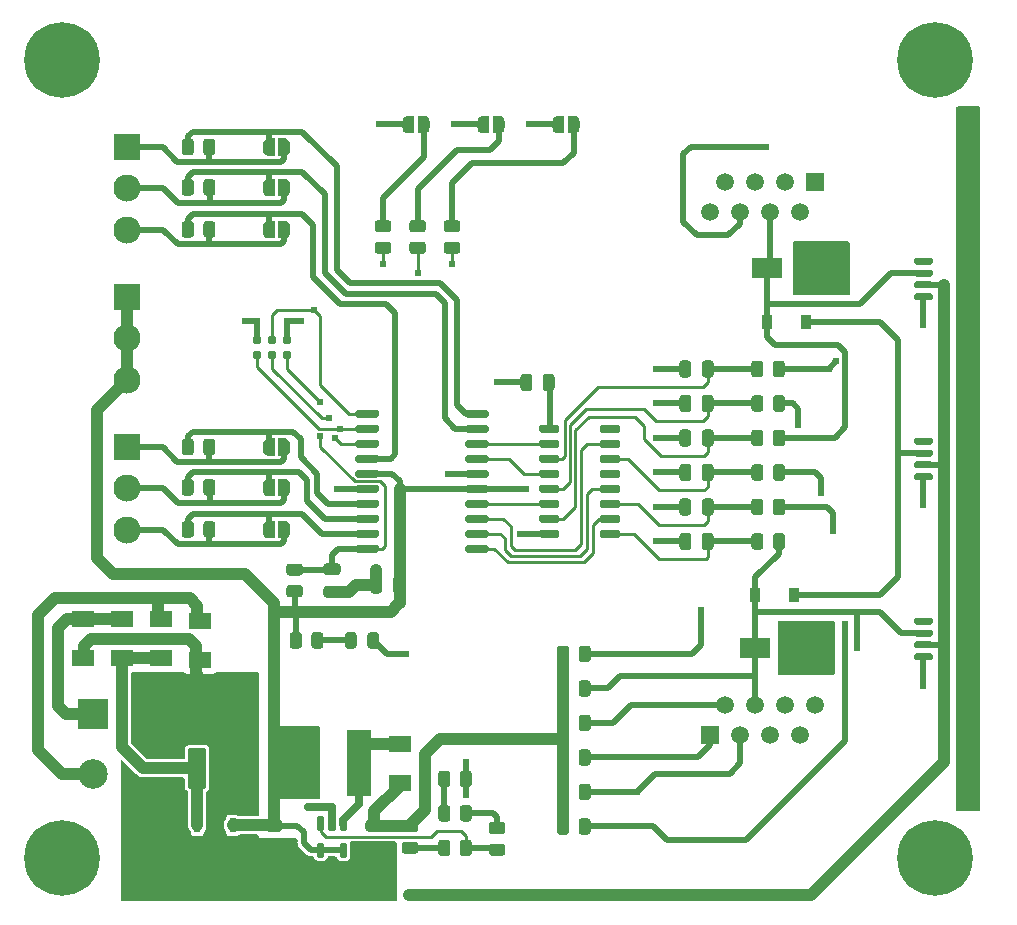
<source format=gtl>
G04 #@! TF.GenerationSoftware,KiCad,Pcbnew,6.0.2+dfsg-1*
G04 #@! TF.CreationDate,2024-06-30T21:42:03-06:00*
G04 #@! TF.ProjectId,mss-cascade-basic,6d73732d-6361-4736-9361-64652d626173,rev?*
G04 #@! TF.SameCoordinates,Original*
G04 #@! TF.FileFunction,Copper,L1,Top*
G04 #@! TF.FilePolarity,Positive*
%FSLAX46Y46*%
G04 Gerber Fmt 4.6, Leading zero omitted, Abs format (unit mm)*
G04 Created by KiCad (PCBNEW 6.0.2+dfsg-1) date 2024-06-30 21:42:03*
%MOMM*%
%LPD*%
G01*
G04 APERTURE LIST*
G04 #@! TA.AperFunction,SMDPad,CuDef*
%ADD10R,0.900000X1.200000*%
G04 #@! TD*
G04 #@! TA.AperFunction,ComponentPad*
%ADD11C,6.400000*%
G04 #@! TD*
G04 #@! TA.AperFunction,SMDPad,CuDef*
%ADD12R,2.500000X1.800000*%
G04 #@! TD*
G04 #@! TA.AperFunction,ComponentPad*
%ADD13R,2.500000X2.500000*%
G04 #@! TD*
G04 #@! TA.AperFunction,ComponentPad*
%ADD14C,2.500000*%
G04 #@! TD*
G04 #@! TA.AperFunction,SMDPad,CuDef*
%ADD15R,1.900000X1.400000*%
G04 #@! TD*
G04 #@! TA.AperFunction,ComponentPad*
%ADD16R,2.300000X2.300000*%
G04 #@! TD*
G04 #@! TA.AperFunction,ComponentPad*
%ADD17C,2.300000*%
G04 #@! TD*
G04 #@! TA.AperFunction,ComponentPad*
%ADD18R,1.500000X1.500000*%
G04 #@! TD*
G04 #@! TA.AperFunction,ComponentPad*
%ADD19C,1.500000*%
G04 #@! TD*
G04 #@! TA.AperFunction,SMDPad,CuDef*
%ADD20R,2.108200X5.562600*%
G04 #@! TD*
G04 #@! TA.AperFunction,ConnectorPad*
%ADD21C,0.787400*%
G04 #@! TD*
G04 #@! TA.AperFunction,SMDPad,CuDef*
%ADD22R,0.550000X1.300000*%
G04 #@! TD*
G04 #@! TA.AperFunction,ViaPad*
%ADD23C,0.609600*%
G04 #@! TD*
G04 #@! TA.AperFunction,Conductor*
%ADD24C,1.016000*%
G04 #@! TD*
G04 #@! TA.AperFunction,Conductor*
%ADD25C,0.508000*%
G04 #@! TD*
G04 #@! TA.AperFunction,Conductor*
%ADD26C,0.635000*%
G04 #@! TD*
G04 #@! TA.AperFunction,Conductor*
%ADD27C,0.254000*%
G04 #@! TD*
G04 APERTURE END LIST*
G04 #@! TA.AperFunction,SMDPad,CuDef*
G36*
G01*
X66098000Y-184403000D02*
X66998000Y-184403000D01*
G75*
G02*
X67248000Y-184653000I0J-250000D01*
G01*
X67248000Y-185178000D01*
G75*
G02*
X66998000Y-185428000I-250000J0D01*
G01*
X66098000Y-185428000D01*
G75*
G02*
X65848000Y-185178000I0J250000D01*
G01*
X65848000Y-184653000D01*
G75*
G02*
X66098000Y-184403000I250000J0D01*
G01*
G37*
G04 #@! TD.AperFunction*
G04 #@! TA.AperFunction,SMDPad,CuDef*
G36*
G01*
X66098000Y-186228000D02*
X66998000Y-186228000D01*
G75*
G02*
X67248000Y-186478000I0J-250000D01*
G01*
X67248000Y-187003000D01*
G75*
G02*
X66998000Y-187253000I-250000J0D01*
G01*
X66098000Y-187253000D01*
G75*
G02*
X65848000Y-187003000I0J250000D01*
G01*
X65848000Y-186478000D01*
G75*
G02*
X66098000Y-186228000I250000J0D01*
G01*
G37*
G04 #@! TD.AperFunction*
D10*
X92709000Y-142113000D03*
X89409000Y-142113000D03*
G04 #@! TA.AperFunction,SMDPad,CuDef*
G36*
G01*
X88083064Y-149421000D02*
X88083064Y-148521000D01*
G75*
G02*
X88333064Y-148271000I250000J0D01*
G01*
X88858064Y-148271000D01*
G75*
G02*
X89108064Y-148521000I0J-250000D01*
G01*
X89108064Y-149421000D01*
G75*
G02*
X88858064Y-149671000I-250000J0D01*
G01*
X88333064Y-149671000D01*
G75*
G02*
X88083064Y-149421000I0J250000D01*
G01*
G37*
G04 #@! TD.AperFunction*
G04 #@! TA.AperFunction,SMDPad,CuDef*
G36*
G01*
X89908064Y-149421000D02*
X89908064Y-148521000D01*
G75*
G02*
X90158064Y-148271000I250000J0D01*
G01*
X90683064Y-148271000D01*
G75*
G02*
X90933064Y-148521000I0J-250000D01*
G01*
X90933064Y-149421000D01*
G75*
G02*
X90683064Y-149671000I-250000J0D01*
G01*
X90158064Y-149671000D01*
G75*
G02*
X89908064Y-149421000I0J250000D01*
G01*
G37*
G04 #@! TD.AperFunction*
G04 #@! TA.AperFunction,SMDPad,CuDef*
G36*
G01*
X88083064Y-158184000D02*
X88083064Y-157284000D01*
G75*
G02*
X88333064Y-157034000I250000J0D01*
G01*
X88858064Y-157034000D01*
G75*
G02*
X89108064Y-157284000I0J-250000D01*
G01*
X89108064Y-158184000D01*
G75*
G02*
X88858064Y-158434000I-250000J0D01*
G01*
X88333064Y-158434000D01*
G75*
G02*
X88083064Y-158184000I0J250000D01*
G01*
G37*
G04 #@! TD.AperFunction*
G04 #@! TA.AperFunction,SMDPad,CuDef*
G36*
G01*
X89908064Y-158184000D02*
X89908064Y-157284000D01*
G75*
G02*
X90158064Y-157034000I250000J0D01*
G01*
X90683064Y-157034000D01*
G75*
G02*
X90933064Y-157284000I0J-250000D01*
G01*
X90933064Y-158184000D01*
G75*
G02*
X90683064Y-158434000I-250000J0D01*
G01*
X90158064Y-158434000D01*
G75*
G02*
X89908064Y-158184000I0J250000D01*
G01*
G37*
G04 #@! TD.AperFunction*
G04 #@! TA.AperFunction,SMDPad,CuDef*
G36*
G01*
X39850000Y-127704000D02*
X39850000Y-126804000D01*
G75*
G02*
X40100000Y-126554000I250000J0D01*
G01*
X40625000Y-126554000D01*
G75*
G02*
X40875000Y-126804000I0J-250000D01*
G01*
X40875000Y-127704000D01*
G75*
G02*
X40625000Y-127954000I-250000J0D01*
G01*
X40100000Y-127954000D01*
G75*
G02*
X39850000Y-127704000I0J250000D01*
G01*
G37*
G04 #@! TD.AperFunction*
G04 #@! TA.AperFunction,SMDPad,CuDef*
G36*
G01*
X41675000Y-127704000D02*
X41675000Y-126804000D01*
G75*
G02*
X41925000Y-126554000I250000J0D01*
G01*
X42450000Y-126554000D01*
G75*
G02*
X42700000Y-126804000I0J-250000D01*
G01*
X42700000Y-127704000D01*
G75*
G02*
X42450000Y-127954000I-250000J0D01*
G01*
X41925000Y-127954000D01*
G75*
G02*
X41675000Y-127704000I0J250000D01*
G01*
G37*
G04 #@! TD.AperFunction*
G04 #@! TA.AperFunction,SMDPad,CuDef*
G36*
G01*
X88083064Y-152342000D02*
X88083064Y-151442000D01*
G75*
G02*
X88333064Y-151192000I250000J0D01*
G01*
X88858064Y-151192000D01*
G75*
G02*
X89108064Y-151442000I0J-250000D01*
G01*
X89108064Y-152342000D01*
G75*
G02*
X88858064Y-152592000I-250000J0D01*
G01*
X88333064Y-152592000D01*
G75*
G02*
X88083064Y-152342000I0J250000D01*
G01*
G37*
G04 #@! TD.AperFunction*
G04 #@! TA.AperFunction,SMDPad,CuDef*
G36*
G01*
X89908064Y-152342000D02*
X89908064Y-151442000D01*
G75*
G02*
X90158064Y-151192000I250000J0D01*
G01*
X90683064Y-151192000D01*
G75*
G02*
X90933064Y-151442000I0J-250000D01*
G01*
X90933064Y-152342000D01*
G75*
G02*
X90683064Y-152592000I-250000J0D01*
G01*
X90158064Y-152592000D01*
G75*
G02*
X89908064Y-152342000I0J250000D01*
G01*
G37*
G04 #@! TD.AperFunction*
G04 #@! TA.AperFunction,SMDPad,CuDef*
G36*
G01*
X41698000Y-181615000D02*
X40598000Y-181615000D01*
G75*
G02*
X40348000Y-181365000I0J250000D01*
G01*
X40348000Y-178365000D01*
G75*
G02*
X40598000Y-178115000I250000J0D01*
G01*
X41698000Y-178115000D01*
G75*
G02*
X41948000Y-178365000I0J-250000D01*
G01*
X41948000Y-181365000D01*
G75*
G02*
X41698000Y-181615000I-250000J0D01*
G01*
G37*
G04 #@! TD.AperFunction*
G04 #@! TA.AperFunction,SMDPad,CuDef*
G36*
G01*
X41698000Y-176215000D02*
X40598000Y-176215000D01*
G75*
G02*
X40348000Y-175965000I0J250000D01*
G01*
X40348000Y-172965000D01*
G75*
G02*
X40598000Y-172715000I250000J0D01*
G01*
X41698000Y-172715000D01*
G75*
G02*
X41948000Y-172965000I0J-250000D01*
G01*
X41948000Y-175965000D01*
G75*
G02*
X41698000Y-176215000I-250000J0D01*
G01*
G37*
G04 #@! TD.AperFunction*
G04 #@! TA.AperFunction,SMDPad,CuDef*
G36*
G01*
X103273000Y-155470000D02*
X102023000Y-155470000D01*
G75*
G02*
X101873000Y-155320000I0J150000D01*
G01*
X101873000Y-155020000D01*
G75*
G02*
X102023000Y-154870000I150000J0D01*
G01*
X103273000Y-154870000D01*
G75*
G02*
X103423000Y-155020000I0J-150000D01*
G01*
X103423000Y-155320000D01*
G75*
G02*
X103273000Y-155470000I-150000J0D01*
G01*
G37*
G04 #@! TD.AperFunction*
G04 #@! TA.AperFunction,SMDPad,CuDef*
G36*
G01*
X103273000Y-154470000D02*
X102023000Y-154470000D01*
G75*
G02*
X101873000Y-154320000I0J150000D01*
G01*
X101873000Y-154020000D01*
G75*
G02*
X102023000Y-153870000I150000J0D01*
G01*
X103273000Y-153870000D01*
G75*
G02*
X103423000Y-154020000I0J-150000D01*
G01*
X103423000Y-154320000D01*
G75*
G02*
X103273000Y-154470000I-150000J0D01*
G01*
G37*
G04 #@! TD.AperFunction*
G04 #@! TA.AperFunction,SMDPad,CuDef*
G36*
G01*
X103273000Y-153470000D02*
X102023000Y-153470000D01*
G75*
G02*
X101873000Y-153320000I0J150000D01*
G01*
X101873000Y-153020000D01*
G75*
G02*
X102023000Y-152870000I150000J0D01*
G01*
X103273000Y-152870000D01*
G75*
G02*
X103423000Y-153020000I0J-150000D01*
G01*
X103423000Y-153320000D01*
G75*
G02*
X103273000Y-153470000I-150000J0D01*
G01*
G37*
G04 #@! TD.AperFunction*
G04 #@! TA.AperFunction,SMDPad,CuDef*
G36*
G01*
X103273000Y-152470000D02*
X102023000Y-152470000D01*
G75*
G02*
X101873000Y-152320000I0J150000D01*
G01*
X101873000Y-152020000D01*
G75*
G02*
X102023000Y-151870000I150000J0D01*
G01*
X103273000Y-151870000D01*
G75*
G02*
X103423000Y-152020000I0J-150000D01*
G01*
X103423000Y-152320000D01*
G75*
G02*
X103273000Y-152470000I-150000J0D01*
G01*
G37*
G04 #@! TD.AperFunction*
G04 #@! TA.AperFunction,SMDPad,CuDef*
G36*
G01*
X107173000Y-151470000D02*
X105873000Y-151470000D01*
G75*
G02*
X105623000Y-151220000I0J250000D01*
G01*
X105623000Y-150520000D01*
G75*
G02*
X105873000Y-150270000I250000J0D01*
G01*
X107173000Y-150270000D01*
G75*
G02*
X107423000Y-150520000I0J-250000D01*
G01*
X107423000Y-151220000D01*
G75*
G02*
X107173000Y-151470000I-250000J0D01*
G01*
G37*
G04 #@! TD.AperFunction*
G04 #@! TA.AperFunction,SMDPad,CuDef*
G36*
G01*
X107173000Y-157070000D02*
X105873000Y-157070000D01*
G75*
G02*
X105623000Y-156820000I0J250000D01*
G01*
X105623000Y-156120000D01*
G75*
G02*
X105873000Y-155870000I250000J0D01*
G01*
X107173000Y-155870000D01*
G75*
G02*
X107423000Y-156120000I0J-250000D01*
G01*
X107423000Y-156820000D01*
G75*
G02*
X107173000Y-157070000I-250000J0D01*
G01*
G37*
G04 #@! TD.AperFunction*
D11*
X103632000Y-187452000D03*
G04 #@! TA.AperFunction,SMDPad,CuDef*
G36*
G01*
X60267000Y-136299000D02*
X59367000Y-136299000D01*
G75*
G02*
X59117000Y-136049000I0J250000D01*
G01*
X59117000Y-135524000D01*
G75*
G02*
X59367000Y-135274000I250000J0D01*
G01*
X60267000Y-135274000D01*
G75*
G02*
X60517000Y-135524000I0J-250000D01*
G01*
X60517000Y-136049000D01*
G75*
G02*
X60267000Y-136299000I-250000J0D01*
G01*
G37*
G04 #@! TD.AperFunction*
G04 #@! TA.AperFunction,SMDPad,CuDef*
G36*
G01*
X60267000Y-134474000D02*
X59367000Y-134474000D01*
G75*
G02*
X59117000Y-134224000I0J250000D01*
G01*
X59117000Y-133699000D01*
G75*
G02*
X59367000Y-133449000I250000J0D01*
G01*
X60267000Y-133449000D01*
G75*
G02*
X60517000Y-133699000I0J-250000D01*
G01*
X60517000Y-134224000D01*
G75*
G02*
X60267000Y-134474000I-250000J0D01*
G01*
G37*
G04 #@! TD.AperFunction*
G04 #@! TA.AperFunction,SMDPad,CuDef*
G36*
G01*
X61567000Y-184119000D02*
X61567000Y-183219000D01*
G75*
G02*
X61817000Y-182969000I250000J0D01*
G01*
X62342000Y-182969000D01*
G75*
G02*
X62592000Y-183219000I0J-250000D01*
G01*
X62592000Y-184119000D01*
G75*
G02*
X62342000Y-184369000I-250000J0D01*
G01*
X61817000Y-184369000D01*
G75*
G02*
X61567000Y-184119000I0J250000D01*
G01*
G37*
G04 #@! TD.AperFunction*
G04 #@! TA.AperFunction,SMDPad,CuDef*
G36*
G01*
X63392000Y-184119000D02*
X63392000Y-183219000D01*
G75*
G02*
X63642000Y-182969000I250000J0D01*
G01*
X64167000Y-182969000D01*
G75*
G02*
X64417000Y-183219000I0J-250000D01*
G01*
X64417000Y-184119000D01*
G75*
G02*
X64167000Y-184369000I-250000J0D01*
G01*
X63642000Y-184369000D01*
G75*
G02*
X63392000Y-184119000I0J250000D01*
G01*
G37*
G04 #@! TD.AperFunction*
G04 #@! TA.AperFunction,SMDPad,CuDef*
G36*
G01*
X84889000Y-157259000D02*
X84889000Y-158209000D01*
G75*
G02*
X84639000Y-158459000I-250000J0D01*
G01*
X84139000Y-158459000D01*
G75*
G02*
X83889000Y-158209000I0J250000D01*
G01*
X83889000Y-157259000D01*
G75*
G02*
X84139000Y-157009000I250000J0D01*
G01*
X84639000Y-157009000D01*
G75*
G02*
X84889000Y-157259000I0J-250000D01*
G01*
G37*
G04 #@! TD.AperFunction*
G04 #@! TA.AperFunction,SMDPad,CuDef*
G36*
G01*
X82989000Y-157259000D02*
X82989000Y-158209000D01*
G75*
G02*
X82739000Y-158459000I-250000J0D01*
G01*
X82239000Y-158459000D01*
G75*
G02*
X81989000Y-158209000I0J250000D01*
G01*
X81989000Y-157259000D01*
G75*
G02*
X82239000Y-157009000I250000J0D01*
G01*
X82739000Y-157009000D01*
G75*
G02*
X82989000Y-157259000I0J-250000D01*
G01*
G37*
G04 #@! TD.AperFunction*
G04 #@! TA.AperFunction,SMDPad,CuDef*
G36*
G01*
X74473500Y-184335000D02*
X74473500Y-185235000D01*
G75*
G02*
X74223500Y-185485000I-250000J0D01*
G01*
X73698500Y-185485000D01*
G75*
G02*
X73448500Y-185235000I0J250000D01*
G01*
X73448500Y-184335000D01*
G75*
G02*
X73698500Y-184085000I250000J0D01*
G01*
X74223500Y-184085000D01*
G75*
G02*
X74473500Y-184335000I0J-250000D01*
G01*
G37*
G04 #@! TD.AperFunction*
G04 #@! TA.AperFunction,SMDPad,CuDef*
G36*
G01*
X72648500Y-184335000D02*
X72648500Y-185235000D01*
G75*
G02*
X72398500Y-185485000I-250000J0D01*
G01*
X71873500Y-185485000D01*
G75*
G02*
X71623500Y-185235000I0J250000D01*
G01*
X71623500Y-184335000D01*
G75*
G02*
X71873500Y-184085000I250000J0D01*
G01*
X72398500Y-184085000D01*
G75*
G02*
X72648500Y-184335000I0J-250000D01*
G01*
G37*
G04 #@! TD.AperFunction*
G04 #@! TA.AperFunction,SMDPad,CuDef*
G36*
X47729000Y-134989000D02*
G01*
X47229000Y-134989000D01*
X47229000Y-134984033D01*
X47149059Y-134982568D01*
X47013744Y-134940293D01*
X46895734Y-134861738D01*
X46804514Y-134753219D01*
X46747419Y-134623460D01*
X46729836Y-134489000D01*
X46729000Y-134489000D01*
X46729000Y-133989000D01*
X46729836Y-133989000D01*
X46729037Y-133982891D01*
X46750848Y-133842814D01*
X46811096Y-133714489D01*
X46904940Y-133608231D01*
X47024835Y-133532583D01*
X47161142Y-133493626D01*
X47229000Y-133494041D01*
X47229000Y-133489000D01*
X47729000Y-133489000D01*
X47729000Y-134989000D01*
G37*
G04 #@! TD.AperFunction*
G04 #@! TA.AperFunction,SMDPad,CuDef*
G36*
X48529000Y-133494041D02*
G01*
X48602905Y-133494492D01*
X48738726Y-133535111D01*
X48857688Y-133612218D01*
X48950226Y-133719615D01*
X49008903Y-133848667D01*
X49029000Y-133989000D01*
X49029000Y-134489000D01*
X49028851Y-134501216D01*
X49005331Y-134641017D01*
X48943519Y-134768596D01*
X48848384Y-134873700D01*
X48727574Y-134947877D01*
X48590801Y-134985166D01*
X48529000Y-134984033D01*
X48529000Y-134989000D01*
X48029000Y-134989000D01*
X48029000Y-133489000D01*
X48529000Y-133489000D01*
X48529000Y-133494041D01*
G37*
G04 #@! TD.AperFunction*
G04 #@! TA.AperFunction,SMDPad,CuDef*
G36*
G01*
X51844000Y-168587000D02*
X51844000Y-169487000D01*
G75*
G02*
X51594000Y-169737000I-250000J0D01*
G01*
X51069000Y-169737000D01*
G75*
G02*
X50819000Y-169487000I0J250000D01*
G01*
X50819000Y-168587000D01*
G75*
G02*
X51069000Y-168337000I250000J0D01*
G01*
X51594000Y-168337000D01*
G75*
G02*
X51844000Y-168587000I0J-250000D01*
G01*
G37*
G04 #@! TD.AperFunction*
G04 #@! TA.AperFunction,SMDPad,CuDef*
G36*
G01*
X50019000Y-168587000D02*
X50019000Y-169487000D01*
G75*
G02*
X49769000Y-169737000I-250000J0D01*
G01*
X49244000Y-169737000D01*
G75*
G02*
X48994000Y-169487000I0J250000D01*
G01*
X48994000Y-168587000D01*
G75*
G02*
X49244000Y-168337000I250000J0D01*
G01*
X49769000Y-168337000D01*
G75*
G02*
X50019000Y-168587000I0J-250000D01*
G01*
G37*
G04 #@! TD.AperFunction*
G04 #@! TA.AperFunction,SMDPad,CuDef*
G36*
G01*
X47150000Y-184224000D02*
X48100000Y-184224000D01*
G75*
G02*
X48350000Y-184474000I0J-250000D01*
G01*
X48350000Y-184974000D01*
G75*
G02*
X48100000Y-185224000I-250000J0D01*
G01*
X47150000Y-185224000D01*
G75*
G02*
X46900000Y-184974000I0J250000D01*
G01*
X46900000Y-184474000D01*
G75*
G02*
X47150000Y-184224000I250000J0D01*
G01*
G37*
G04 #@! TD.AperFunction*
G04 #@! TA.AperFunction,SMDPad,CuDef*
G36*
G01*
X47150000Y-186124000D02*
X48100000Y-186124000D01*
G75*
G02*
X48350000Y-186374000I0J-250000D01*
G01*
X48350000Y-186874000D01*
G75*
G02*
X48100000Y-187124000I-250000J0D01*
G01*
X47150000Y-187124000D01*
G75*
G02*
X46900000Y-186874000I0J250000D01*
G01*
X46900000Y-186374000D01*
G75*
G02*
X47150000Y-186124000I250000J0D01*
G01*
G37*
G04 #@! TD.AperFunction*
D12*
X88424000Y-169672000D03*
X92424000Y-169672000D03*
G04 #@! TA.AperFunction,SMDPad,CuDef*
G36*
X72540000Y-124599000D02*
G01*
X73040000Y-124599000D01*
X73040000Y-124603967D01*
X73119941Y-124605432D01*
X73255256Y-124647707D01*
X73373266Y-124726262D01*
X73464486Y-124834781D01*
X73521581Y-124964540D01*
X73539164Y-125099000D01*
X73540000Y-125099000D01*
X73540000Y-125599000D01*
X73539164Y-125599000D01*
X73539963Y-125605109D01*
X73518152Y-125745186D01*
X73457904Y-125873511D01*
X73364060Y-125979769D01*
X73244165Y-126055417D01*
X73107858Y-126094374D01*
X73040000Y-126093959D01*
X73040000Y-126099000D01*
X72540000Y-126099000D01*
X72540000Y-124599000D01*
G37*
G04 #@! TD.AperFunction*
G04 #@! TA.AperFunction,SMDPad,CuDef*
G36*
X71740000Y-126093959D02*
G01*
X71666095Y-126093508D01*
X71530274Y-126052889D01*
X71411312Y-125975782D01*
X71318774Y-125868385D01*
X71260097Y-125739333D01*
X71240000Y-125599000D01*
X71240000Y-125099000D01*
X71240149Y-125086784D01*
X71263669Y-124946983D01*
X71325481Y-124819404D01*
X71420616Y-124714300D01*
X71541426Y-124640123D01*
X71678199Y-124602834D01*
X71740000Y-124603967D01*
X71740000Y-124599000D01*
X72240000Y-124599000D01*
X72240000Y-126099000D01*
X71740000Y-126099000D01*
X71740000Y-126093959D01*
G37*
G04 #@! TD.AperFunction*
G04 #@! TA.AperFunction,SMDPad,CuDef*
G36*
G01*
X39850000Y-153104000D02*
X39850000Y-152204000D01*
G75*
G02*
X40100000Y-151954000I250000J0D01*
G01*
X40625000Y-151954000D01*
G75*
G02*
X40875000Y-152204000I0J-250000D01*
G01*
X40875000Y-153104000D01*
G75*
G02*
X40625000Y-153354000I-250000J0D01*
G01*
X40100000Y-153354000D01*
G75*
G02*
X39850000Y-153104000I0J250000D01*
G01*
G37*
G04 #@! TD.AperFunction*
G04 #@! TA.AperFunction,SMDPad,CuDef*
G36*
G01*
X41675000Y-153104000D02*
X41675000Y-152204000D01*
G75*
G02*
X41925000Y-151954000I250000J0D01*
G01*
X42450000Y-151954000D01*
G75*
G02*
X42700000Y-152204000I0J-250000D01*
G01*
X42700000Y-153104000D01*
G75*
G02*
X42450000Y-153354000I-250000J0D01*
G01*
X41925000Y-153354000D01*
G75*
G02*
X41675000Y-153104000I0J250000D01*
G01*
G37*
G04 #@! TD.AperFunction*
D11*
X103632000Y-119888000D03*
G04 #@! TA.AperFunction,SMDPad,CuDef*
G36*
G01*
X48953000Y-162532000D02*
X49853000Y-162532000D01*
G75*
G02*
X50103000Y-162782000I0J-250000D01*
G01*
X50103000Y-163307000D01*
G75*
G02*
X49853000Y-163557000I-250000J0D01*
G01*
X48953000Y-163557000D01*
G75*
G02*
X48703000Y-163307000I0J250000D01*
G01*
X48703000Y-162782000D01*
G75*
G02*
X48953000Y-162532000I250000J0D01*
G01*
G37*
G04 #@! TD.AperFunction*
G04 #@! TA.AperFunction,SMDPad,CuDef*
G36*
G01*
X48953000Y-164357000D02*
X49853000Y-164357000D01*
G75*
G02*
X50103000Y-164607000I0J-250000D01*
G01*
X50103000Y-165132000D01*
G75*
G02*
X49853000Y-165382000I-250000J0D01*
G01*
X48953000Y-165382000D01*
G75*
G02*
X48703000Y-165132000I0J250000D01*
G01*
X48703000Y-164607000D01*
G75*
G02*
X48953000Y-164357000I250000J0D01*
G01*
G37*
G04 #@! TD.AperFunction*
G04 #@! TA.AperFunction,SMDPad,CuDef*
G36*
X47729000Y-153404000D02*
G01*
X47229000Y-153404000D01*
X47229000Y-153399033D01*
X47149059Y-153397568D01*
X47013744Y-153355293D01*
X46895734Y-153276738D01*
X46804514Y-153168219D01*
X46747419Y-153038460D01*
X46729836Y-152904000D01*
X46729000Y-152904000D01*
X46729000Y-152404000D01*
X46729836Y-152404000D01*
X46729037Y-152397891D01*
X46750848Y-152257814D01*
X46811096Y-152129489D01*
X46904940Y-152023231D01*
X47024835Y-151947583D01*
X47161142Y-151908626D01*
X47229000Y-151909041D01*
X47229000Y-151904000D01*
X47729000Y-151904000D01*
X47729000Y-153404000D01*
G37*
G04 #@! TD.AperFunction*
G04 #@! TA.AperFunction,SMDPad,CuDef*
G36*
X48529000Y-151909041D02*
G01*
X48602905Y-151909492D01*
X48738726Y-151950111D01*
X48857688Y-152027218D01*
X48950226Y-152134615D01*
X49008903Y-152263667D01*
X49029000Y-152404000D01*
X49029000Y-152904000D01*
X49028851Y-152916216D01*
X49005331Y-153056017D01*
X48943519Y-153183596D01*
X48848384Y-153288700D01*
X48727574Y-153362877D01*
X48590801Y-153400166D01*
X48529000Y-153399033D01*
X48529000Y-153404000D01*
X48029000Y-153404000D01*
X48029000Y-151904000D01*
X48529000Y-151904000D01*
X48529000Y-151909041D01*
G37*
G04 #@! TD.AperFunction*
G04 #@! TA.AperFunction,SMDPad,CuDef*
G36*
G01*
X39850000Y-156524000D02*
X39850000Y-155624000D01*
G75*
G02*
X40100000Y-155374000I250000J0D01*
G01*
X40625000Y-155374000D01*
G75*
G02*
X40875000Y-155624000I0J-250000D01*
G01*
X40875000Y-156524000D01*
G75*
G02*
X40625000Y-156774000I-250000J0D01*
G01*
X40100000Y-156774000D01*
G75*
G02*
X39850000Y-156524000I0J250000D01*
G01*
G37*
G04 #@! TD.AperFunction*
G04 #@! TA.AperFunction,SMDPad,CuDef*
G36*
G01*
X41675000Y-156524000D02*
X41675000Y-155624000D01*
G75*
G02*
X41925000Y-155374000I250000J0D01*
G01*
X42450000Y-155374000D01*
G75*
G02*
X42700000Y-155624000I0J-250000D01*
G01*
X42700000Y-156524000D01*
G75*
G02*
X42450000Y-156774000I-250000J0D01*
G01*
X41925000Y-156774000D01*
G75*
G02*
X41675000Y-156524000I0J250000D01*
G01*
G37*
G04 #@! TD.AperFunction*
G04 #@! TA.AperFunction,SMDPad,CuDef*
G36*
G01*
X84889000Y-154338000D02*
X84889000Y-155288000D01*
G75*
G02*
X84639000Y-155538000I-250000J0D01*
G01*
X84139000Y-155538000D01*
G75*
G02*
X83889000Y-155288000I0J250000D01*
G01*
X83889000Y-154338000D01*
G75*
G02*
X84139000Y-154088000I250000J0D01*
G01*
X84639000Y-154088000D01*
G75*
G02*
X84889000Y-154338000I0J-250000D01*
G01*
G37*
G04 #@! TD.AperFunction*
G04 #@! TA.AperFunction,SMDPad,CuDef*
G36*
G01*
X82989000Y-154338000D02*
X82989000Y-155288000D01*
G75*
G02*
X82739000Y-155538000I-250000J0D01*
G01*
X82239000Y-155538000D01*
G75*
G02*
X81989000Y-155288000I0J250000D01*
G01*
X81989000Y-154338000D01*
G75*
G02*
X82239000Y-154088000I250000J0D01*
G01*
X82739000Y-154088000D01*
G75*
G02*
X82989000Y-154338000I0J-250000D01*
G01*
G37*
G04 #@! TD.AperFunction*
G04 #@! TA.AperFunction,SMDPad,CuDef*
G36*
G01*
X57346000Y-136299000D02*
X56446000Y-136299000D01*
G75*
G02*
X56196000Y-136049000I0J250000D01*
G01*
X56196000Y-135524000D01*
G75*
G02*
X56446000Y-135274000I250000J0D01*
G01*
X57346000Y-135274000D01*
G75*
G02*
X57596000Y-135524000I0J-250000D01*
G01*
X57596000Y-136049000D01*
G75*
G02*
X57346000Y-136299000I-250000J0D01*
G01*
G37*
G04 #@! TD.AperFunction*
G04 #@! TA.AperFunction,SMDPad,CuDef*
G36*
G01*
X57346000Y-134474000D02*
X56446000Y-134474000D01*
G75*
G02*
X56196000Y-134224000I0J250000D01*
G01*
X56196000Y-133699000D01*
G75*
G02*
X56446000Y-133449000I250000J0D01*
G01*
X57346000Y-133449000D01*
G75*
G02*
X57596000Y-133699000I0J-250000D01*
G01*
X57596000Y-134224000D01*
G75*
G02*
X57346000Y-134474000I-250000J0D01*
G01*
G37*
G04 #@! TD.AperFunction*
D13*
X32339000Y-175300000D03*
D14*
X32339000Y-180300000D03*
G04 #@! TA.AperFunction,SMDPad,CuDef*
G36*
G01*
X84889000Y-151417000D02*
X84889000Y-152367000D01*
G75*
G02*
X84639000Y-152617000I-250000J0D01*
G01*
X84139000Y-152617000D01*
G75*
G02*
X83889000Y-152367000I0J250000D01*
G01*
X83889000Y-151417000D01*
G75*
G02*
X84139000Y-151167000I250000J0D01*
G01*
X84639000Y-151167000D01*
G75*
G02*
X84889000Y-151417000I0J-250000D01*
G01*
G37*
G04 #@! TD.AperFunction*
G04 #@! TA.AperFunction,SMDPad,CuDef*
G36*
G01*
X82989000Y-151417000D02*
X82989000Y-152367000D01*
G75*
G02*
X82739000Y-152617000I-250000J0D01*
G01*
X82239000Y-152617000D01*
G75*
G02*
X81989000Y-152367000I0J250000D01*
G01*
X81989000Y-151417000D01*
G75*
G02*
X82239000Y-151167000I250000J0D01*
G01*
X82739000Y-151167000D01*
G75*
G02*
X82989000Y-151417000I0J-250000D01*
G01*
G37*
G04 #@! TD.AperFunction*
D15*
X31496000Y-167260000D03*
X31496000Y-170560000D03*
G04 #@! TA.AperFunction,SMDPad,CuDef*
G36*
X47729000Y-160389000D02*
G01*
X47229000Y-160389000D01*
X47229000Y-160384033D01*
X47149059Y-160382568D01*
X47013744Y-160340293D01*
X46895734Y-160261738D01*
X46804514Y-160153219D01*
X46747419Y-160023460D01*
X46729836Y-159889000D01*
X46729000Y-159889000D01*
X46729000Y-159389000D01*
X46729836Y-159389000D01*
X46729037Y-159382891D01*
X46750848Y-159242814D01*
X46811096Y-159114489D01*
X46904940Y-159008231D01*
X47024835Y-158932583D01*
X47161142Y-158893626D01*
X47229000Y-158894041D01*
X47229000Y-158889000D01*
X47729000Y-158889000D01*
X47729000Y-160389000D01*
G37*
G04 #@! TD.AperFunction*
G04 #@! TA.AperFunction,SMDPad,CuDef*
G36*
X48529000Y-158894041D02*
G01*
X48602905Y-158894492D01*
X48738726Y-158935111D01*
X48857688Y-159012218D01*
X48950226Y-159119615D01*
X49008903Y-159248667D01*
X49029000Y-159389000D01*
X49029000Y-159889000D01*
X49028851Y-159901216D01*
X49005331Y-160041017D01*
X48943519Y-160168596D01*
X48848384Y-160273700D01*
X48727574Y-160347877D01*
X48590801Y-160385166D01*
X48529000Y-160384033D01*
X48529000Y-160389000D01*
X48029000Y-160389000D01*
X48029000Y-158889000D01*
X48529000Y-158889000D01*
X48529000Y-158894041D01*
G37*
G04 #@! TD.AperFunction*
G04 #@! TA.AperFunction,SMDPad,CuDef*
G36*
G01*
X70083000Y-151280000D02*
X70083000Y-150980000D01*
G75*
G02*
X70233000Y-150830000I150000J0D01*
G01*
X71683000Y-150830000D01*
G75*
G02*
X71833000Y-150980000I0J-150000D01*
G01*
X71833000Y-151280000D01*
G75*
G02*
X71683000Y-151430000I-150000J0D01*
G01*
X70233000Y-151430000D01*
G75*
G02*
X70083000Y-151280000I0J150000D01*
G01*
G37*
G04 #@! TD.AperFunction*
G04 #@! TA.AperFunction,SMDPad,CuDef*
G36*
G01*
X70083000Y-152550000D02*
X70083000Y-152250000D01*
G75*
G02*
X70233000Y-152100000I150000J0D01*
G01*
X71683000Y-152100000D01*
G75*
G02*
X71833000Y-152250000I0J-150000D01*
G01*
X71833000Y-152550000D01*
G75*
G02*
X71683000Y-152700000I-150000J0D01*
G01*
X70233000Y-152700000D01*
G75*
G02*
X70083000Y-152550000I0J150000D01*
G01*
G37*
G04 #@! TD.AperFunction*
G04 #@! TA.AperFunction,SMDPad,CuDef*
G36*
G01*
X70083000Y-153820000D02*
X70083000Y-153520000D01*
G75*
G02*
X70233000Y-153370000I150000J0D01*
G01*
X71683000Y-153370000D01*
G75*
G02*
X71833000Y-153520000I0J-150000D01*
G01*
X71833000Y-153820000D01*
G75*
G02*
X71683000Y-153970000I-150000J0D01*
G01*
X70233000Y-153970000D01*
G75*
G02*
X70083000Y-153820000I0J150000D01*
G01*
G37*
G04 #@! TD.AperFunction*
G04 #@! TA.AperFunction,SMDPad,CuDef*
G36*
G01*
X70083000Y-155090000D02*
X70083000Y-154790000D01*
G75*
G02*
X70233000Y-154640000I150000J0D01*
G01*
X71683000Y-154640000D01*
G75*
G02*
X71833000Y-154790000I0J-150000D01*
G01*
X71833000Y-155090000D01*
G75*
G02*
X71683000Y-155240000I-150000J0D01*
G01*
X70233000Y-155240000D01*
G75*
G02*
X70083000Y-155090000I0J150000D01*
G01*
G37*
G04 #@! TD.AperFunction*
G04 #@! TA.AperFunction,SMDPad,CuDef*
G36*
G01*
X70083000Y-156360000D02*
X70083000Y-156060000D01*
G75*
G02*
X70233000Y-155910000I150000J0D01*
G01*
X71683000Y-155910000D01*
G75*
G02*
X71833000Y-156060000I0J-150000D01*
G01*
X71833000Y-156360000D01*
G75*
G02*
X71683000Y-156510000I-150000J0D01*
G01*
X70233000Y-156510000D01*
G75*
G02*
X70083000Y-156360000I0J150000D01*
G01*
G37*
G04 #@! TD.AperFunction*
G04 #@! TA.AperFunction,SMDPad,CuDef*
G36*
G01*
X70083000Y-157630000D02*
X70083000Y-157330000D01*
G75*
G02*
X70233000Y-157180000I150000J0D01*
G01*
X71683000Y-157180000D01*
G75*
G02*
X71833000Y-157330000I0J-150000D01*
G01*
X71833000Y-157630000D01*
G75*
G02*
X71683000Y-157780000I-150000J0D01*
G01*
X70233000Y-157780000D01*
G75*
G02*
X70083000Y-157630000I0J150000D01*
G01*
G37*
G04 #@! TD.AperFunction*
G04 #@! TA.AperFunction,SMDPad,CuDef*
G36*
G01*
X70083000Y-158900000D02*
X70083000Y-158600000D01*
G75*
G02*
X70233000Y-158450000I150000J0D01*
G01*
X71683000Y-158450000D01*
G75*
G02*
X71833000Y-158600000I0J-150000D01*
G01*
X71833000Y-158900000D01*
G75*
G02*
X71683000Y-159050000I-150000J0D01*
G01*
X70233000Y-159050000D01*
G75*
G02*
X70083000Y-158900000I0J150000D01*
G01*
G37*
G04 #@! TD.AperFunction*
G04 #@! TA.AperFunction,SMDPad,CuDef*
G36*
G01*
X70083000Y-160170000D02*
X70083000Y-159870000D01*
G75*
G02*
X70233000Y-159720000I150000J0D01*
G01*
X71683000Y-159720000D01*
G75*
G02*
X71833000Y-159870000I0J-150000D01*
G01*
X71833000Y-160170000D01*
G75*
G02*
X71683000Y-160320000I-150000J0D01*
G01*
X70233000Y-160320000D01*
G75*
G02*
X70083000Y-160170000I0J150000D01*
G01*
G37*
G04 #@! TD.AperFunction*
G04 #@! TA.AperFunction,SMDPad,CuDef*
G36*
G01*
X75233000Y-160170000D02*
X75233000Y-159870000D01*
G75*
G02*
X75383000Y-159720000I150000J0D01*
G01*
X76833000Y-159720000D01*
G75*
G02*
X76983000Y-159870000I0J-150000D01*
G01*
X76983000Y-160170000D01*
G75*
G02*
X76833000Y-160320000I-150000J0D01*
G01*
X75383000Y-160320000D01*
G75*
G02*
X75233000Y-160170000I0J150000D01*
G01*
G37*
G04 #@! TD.AperFunction*
G04 #@! TA.AperFunction,SMDPad,CuDef*
G36*
G01*
X75233000Y-158900000D02*
X75233000Y-158600000D01*
G75*
G02*
X75383000Y-158450000I150000J0D01*
G01*
X76833000Y-158450000D01*
G75*
G02*
X76983000Y-158600000I0J-150000D01*
G01*
X76983000Y-158900000D01*
G75*
G02*
X76833000Y-159050000I-150000J0D01*
G01*
X75383000Y-159050000D01*
G75*
G02*
X75233000Y-158900000I0J150000D01*
G01*
G37*
G04 #@! TD.AperFunction*
G04 #@! TA.AperFunction,SMDPad,CuDef*
G36*
G01*
X75233000Y-157630000D02*
X75233000Y-157330000D01*
G75*
G02*
X75383000Y-157180000I150000J0D01*
G01*
X76833000Y-157180000D01*
G75*
G02*
X76983000Y-157330000I0J-150000D01*
G01*
X76983000Y-157630000D01*
G75*
G02*
X76833000Y-157780000I-150000J0D01*
G01*
X75383000Y-157780000D01*
G75*
G02*
X75233000Y-157630000I0J150000D01*
G01*
G37*
G04 #@! TD.AperFunction*
G04 #@! TA.AperFunction,SMDPad,CuDef*
G36*
G01*
X75233000Y-156360000D02*
X75233000Y-156060000D01*
G75*
G02*
X75383000Y-155910000I150000J0D01*
G01*
X76833000Y-155910000D01*
G75*
G02*
X76983000Y-156060000I0J-150000D01*
G01*
X76983000Y-156360000D01*
G75*
G02*
X76833000Y-156510000I-150000J0D01*
G01*
X75383000Y-156510000D01*
G75*
G02*
X75233000Y-156360000I0J150000D01*
G01*
G37*
G04 #@! TD.AperFunction*
G04 #@! TA.AperFunction,SMDPad,CuDef*
G36*
G01*
X75233000Y-155090000D02*
X75233000Y-154790000D01*
G75*
G02*
X75383000Y-154640000I150000J0D01*
G01*
X76833000Y-154640000D01*
G75*
G02*
X76983000Y-154790000I0J-150000D01*
G01*
X76983000Y-155090000D01*
G75*
G02*
X76833000Y-155240000I-150000J0D01*
G01*
X75383000Y-155240000D01*
G75*
G02*
X75233000Y-155090000I0J150000D01*
G01*
G37*
G04 #@! TD.AperFunction*
G04 #@! TA.AperFunction,SMDPad,CuDef*
G36*
G01*
X75233000Y-153820000D02*
X75233000Y-153520000D01*
G75*
G02*
X75383000Y-153370000I150000J0D01*
G01*
X76833000Y-153370000D01*
G75*
G02*
X76983000Y-153520000I0J-150000D01*
G01*
X76983000Y-153820000D01*
G75*
G02*
X76833000Y-153970000I-150000J0D01*
G01*
X75383000Y-153970000D01*
G75*
G02*
X75233000Y-153820000I0J150000D01*
G01*
G37*
G04 #@! TD.AperFunction*
G04 #@! TA.AperFunction,SMDPad,CuDef*
G36*
G01*
X75233000Y-152550000D02*
X75233000Y-152250000D01*
G75*
G02*
X75383000Y-152100000I150000J0D01*
G01*
X76833000Y-152100000D01*
G75*
G02*
X76983000Y-152250000I0J-150000D01*
G01*
X76983000Y-152550000D01*
G75*
G02*
X76833000Y-152700000I-150000J0D01*
G01*
X75383000Y-152700000D01*
G75*
G02*
X75233000Y-152550000I0J150000D01*
G01*
G37*
G04 #@! TD.AperFunction*
G04 #@! TA.AperFunction,SMDPad,CuDef*
G36*
G01*
X75233000Y-151280000D02*
X75233000Y-150980000D01*
G75*
G02*
X75383000Y-150830000I150000J0D01*
G01*
X76833000Y-150830000D01*
G75*
G02*
X76983000Y-150980000I0J-150000D01*
G01*
X76983000Y-151280000D01*
G75*
G02*
X76833000Y-151430000I-150000J0D01*
G01*
X75383000Y-151430000D01*
G75*
G02*
X75233000Y-151280000I0J150000D01*
G01*
G37*
G04 #@! TD.AperFunction*
G04 #@! TA.AperFunction,SMDPad,CuDef*
G36*
G01*
X64417000Y-180298000D02*
X64417000Y-181198000D01*
G75*
G02*
X64167000Y-181448000I-250000J0D01*
G01*
X63642000Y-181448000D01*
G75*
G02*
X63392000Y-181198000I0J250000D01*
G01*
X63392000Y-180298000D01*
G75*
G02*
X63642000Y-180048000I250000J0D01*
G01*
X64167000Y-180048000D01*
G75*
G02*
X64417000Y-180298000I0J-250000D01*
G01*
G37*
G04 #@! TD.AperFunction*
G04 #@! TA.AperFunction,SMDPad,CuDef*
G36*
G01*
X62592000Y-180298000D02*
X62592000Y-181198000D01*
G75*
G02*
X62342000Y-181448000I-250000J0D01*
G01*
X61817000Y-181448000D01*
G75*
G02*
X61567000Y-181198000I0J250000D01*
G01*
X61567000Y-180298000D01*
G75*
G02*
X61817000Y-180048000I250000J0D01*
G01*
X62342000Y-180048000D01*
G75*
G02*
X62592000Y-180298000I0J-250000D01*
G01*
G37*
G04 #@! TD.AperFunction*
G04 #@! TA.AperFunction,SMDPad,CuDef*
G36*
G01*
X58727000Y-163863000D02*
X58727000Y-164813000D01*
G75*
G02*
X58477000Y-165063000I-250000J0D01*
G01*
X57977000Y-165063000D01*
G75*
G02*
X57727000Y-164813000I0J250000D01*
G01*
X57727000Y-163863000D01*
G75*
G02*
X57977000Y-163613000I250000J0D01*
G01*
X58477000Y-163613000D01*
G75*
G02*
X58727000Y-163863000I0J-250000D01*
G01*
G37*
G04 #@! TD.AperFunction*
G04 #@! TA.AperFunction,SMDPad,CuDef*
G36*
G01*
X56827000Y-163863000D02*
X56827000Y-164813000D01*
G75*
G02*
X56577000Y-165063000I-250000J0D01*
G01*
X56077000Y-165063000D01*
G75*
G02*
X55827000Y-164813000I0J250000D01*
G01*
X55827000Y-163863000D01*
G75*
G02*
X56077000Y-163613000I250000J0D01*
G01*
X56577000Y-163613000D01*
G75*
G02*
X56827000Y-163863000I0J-250000D01*
G01*
G37*
G04 #@! TD.AperFunction*
G04 #@! TA.AperFunction,SMDPad,CuDef*
G36*
G01*
X63188000Y-136299000D02*
X62288000Y-136299000D01*
G75*
G02*
X62038000Y-136049000I0J250000D01*
G01*
X62038000Y-135524000D01*
G75*
G02*
X62288000Y-135274000I250000J0D01*
G01*
X63188000Y-135274000D01*
G75*
G02*
X63438000Y-135524000I0J-250000D01*
G01*
X63438000Y-136049000D01*
G75*
G02*
X63188000Y-136299000I-250000J0D01*
G01*
G37*
G04 #@! TD.AperFunction*
G04 #@! TA.AperFunction,SMDPad,CuDef*
G36*
G01*
X63188000Y-134474000D02*
X62288000Y-134474000D01*
G75*
G02*
X62038000Y-134224000I0J250000D01*
G01*
X62038000Y-133699000D01*
G75*
G02*
X62288000Y-133449000I250000J0D01*
G01*
X63188000Y-133449000D01*
G75*
G02*
X63438000Y-133699000I0J-250000D01*
G01*
X63438000Y-134224000D01*
G75*
G02*
X63188000Y-134474000I-250000J0D01*
G01*
G37*
G04 #@! TD.AperFunction*
G04 #@! TA.AperFunction,SMDPad,CuDef*
G36*
G01*
X88083064Y-161105000D02*
X88083064Y-160205000D01*
G75*
G02*
X88333064Y-159955000I250000J0D01*
G01*
X88858064Y-159955000D01*
G75*
G02*
X89108064Y-160205000I0J-250000D01*
G01*
X89108064Y-161105000D01*
G75*
G02*
X88858064Y-161355000I-250000J0D01*
G01*
X88333064Y-161355000D01*
G75*
G02*
X88083064Y-161105000I0J250000D01*
G01*
G37*
G04 #@! TD.AperFunction*
G04 #@! TA.AperFunction,SMDPad,CuDef*
G36*
G01*
X89908064Y-161105000D02*
X89908064Y-160205000D01*
G75*
G02*
X90158064Y-159955000I250000J0D01*
G01*
X90683064Y-159955000D01*
G75*
G02*
X90933064Y-160205000I0J-250000D01*
G01*
X90933064Y-161105000D01*
G75*
G02*
X90683064Y-161355000I-250000J0D01*
G01*
X90158064Y-161355000D01*
G75*
G02*
X89908064Y-161105000I0J250000D01*
G01*
G37*
G04 #@! TD.AperFunction*
G04 #@! TA.AperFunction,SMDPad,CuDef*
G36*
X66190000Y-124599000D02*
G01*
X66690000Y-124599000D01*
X66690000Y-124603967D01*
X66769941Y-124605432D01*
X66905256Y-124647707D01*
X67023266Y-124726262D01*
X67114486Y-124834781D01*
X67171581Y-124964540D01*
X67189164Y-125099000D01*
X67190000Y-125099000D01*
X67190000Y-125599000D01*
X67189164Y-125599000D01*
X67189963Y-125605109D01*
X67168152Y-125745186D01*
X67107904Y-125873511D01*
X67014060Y-125979769D01*
X66894165Y-126055417D01*
X66757858Y-126094374D01*
X66690000Y-126093959D01*
X66690000Y-126099000D01*
X66190000Y-126099000D01*
X66190000Y-124599000D01*
G37*
G04 #@! TD.AperFunction*
G04 #@! TA.AperFunction,SMDPad,CuDef*
G36*
X65390000Y-126093959D02*
G01*
X65316095Y-126093508D01*
X65180274Y-126052889D01*
X65061312Y-125975782D01*
X64968774Y-125868385D01*
X64910097Y-125739333D01*
X64890000Y-125599000D01*
X64890000Y-125099000D01*
X64890149Y-125086784D01*
X64913669Y-124946983D01*
X64975481Y-124819404D01*
X65070616Y-124714300D01*
X65191426Y-124640123D01*
X65328199Y-124602834D01*
X65390000Y-124603967D01*
X65390000Y-124599000D01*
X65890000Y-124599000D01*
X65890000Y-126099000D01*
X65390000Y-126099000D01*
X65390000Y-126093959D01*
G37*
G04 #@! TD.AperFunction*
D16*
X35179000Y-127254000D03*
D17*
X35179000Y-130754000D03*
X35179000Y-134254000D03*
G04 #@! TA.AperFunction,SMDPad,CuDef*
G36*
G01*
X74473500Y-181414000D02*
X74473500Y-182314000D01*
G75*
G02*
X74223500Y-182564000I-250000J0D01*
G01*
X73698500Y-182564000D01*
G75*
G02*
X73448500Y-182314000I0J250000D01*
G01*
X73448500Y-181414000D01*
G75*
G02*
X73698500Y-181164000I250000J0D01*
G01*
X74223500Y-181164000D01*
G75*
G02*
X74473500Y-181414000I0J-250000D01*
G01*
G37*
G04 #@! TD.AperFunction*
G04 #@! TA.AperFunction,SMDPad,CuDef*
G36*
G01*
X72648500Y-181414000D02*
X72648500Y-182314000D01*
G75*
G02*
X72398500Y-182564000I-250000J0D01*
G01*
X71873500Y-182564000D01*
G75*
G02*
X71623500Y-182314000I0J250000D01*
G01*
X71623500Y-181414000D01*
G75*
G02*
X71873500Y-181164000I250000J0D01*
G01*
X72398500Y-181164000D01*
G75*
G02*
X72648500Y-181414000I0J-250000D01*
G01*
G37*
G04 #@! TD.AperFunction*
D16*
X35179000Y-152654000D03*
D17*
X35179000Y-156154000D03*
X35179000Y-159654000D03*
G04 #@! TA.AperFunction,SMDPad,CuDef*
G36*
X59840000Y-124599000D02*
G01*
X60340000Y-124599000D01*
X60340000Y-124603967D01*
X60419941Y-124605432D01*
X60555256Y-124647707D01*
X60673266Y-124726262D01*
X60764486Y-124834781D01*
X60821581Y-124964540D01*
X60839164Y-125099000D01*
X60840000Y-125099000D01*
X60840000Y-125599000D01*
X60839164Y-125599000D01*
X60839963Y-125605109D01*
X60818152Y-125745186D01*
X60757904Y-125873511D01*
X60664060Y-125979769D01*
X60544165Y-126055417D01*
X60407858Y-126094374D01*
X60340000Y-126093959D01*
X60340000Y-126099000D01*
X59840000Y-126099000D01*
X59840000Y-124599000D01*
G37*
G04 #@! TD.AperFunction*
G04 #@! TA.AperFunction,SMDPad,CuDef*
G36*
X59040000Y-126093959D02*
G01*
X58966095Y-126093508D01*
X58830274Y-126052889D01*
X58711312Y-125975782D01*
X58618774Y-125868385D01*
X58560097Y-125739333D01*
X58540000Y-125599000D01*
X58540000Y-125099000D01*
X58540149Y-125086784D01*
X58563669Y-124946983D01*
X58625481Y-124819404D01*
X58720616Y-124714300D01*
X58841426Y-124640123D01*
X58978199Y-124602834D01*
X59040000Y-124603967D01*
X59040000Y-124599000D01*
X59540000Y-124599000D01*
X59540000Y-126099000D01*
X59040000Y-126099000D01*
X59040000Y-126093959D01*
G37*
G04 #@! TD.AperFunction*
G04 #@! TA.AperFunction,SMDPad,CuDef*
G36*
G01*
X103273000Y-140230000D02*
X102023000Y-140230000D01*
G75*
G02*
X101873000Y-140080000I0J150000D01*
G01*
X101873000Y-139780000D01*
G75*
G02*
X102023000Y-139630000I150000J0D01*
G01*
X103273000Y-139630000D01*
G75*
G02*
X103423000Y-139780000I0J-150000D01*
G01*
X103423000Y-140080000D01*
G75*
G02*
X103273000Y-140230000I-150000J0D01*
G01*
G37*
G04 #@! TD.AperFunction*
G04 #@! TA.AperFunction,SMDPad,CuDef*
G36*
G01*
X103273000Y-139230000D02*
X102023000Y-139230000D01*
G75*
G02*
X101873000Y-139080000I0J150000D01*
G01*
X101873000Y-138780000D01*
G75*
G02*
X102023000Y-138630000I150000J0D01*
G01*
X103273000Y-138630000D01*
G75*
G02*
X103423000Y-138780000I0J-150000D01*
G01*
X103423000Y-139080000D01*
G75*
G02*
X103273000Y-139230000I-150000J0D01*
G01*
G37*
G04 #@! TD.AperFunction*
G04 #@! TA.AperFunction,SMDPad,CuDef*
G36*
G01*
X103273000Y-138230000D02*
X102023000Y-138230000D01*
G75*
G02*
X101873000Y-138080000I0J150000D01*
G01*
X101873000Y-137780000D01*
G75*
G02*
X102023000Y-137630000I150000J0D01*
G01*
X103273000Y-137630000D01*
G75*
G02*
X103423000Y-137780000I0J-150000D01*
G01*
X103423000Y-138080000D01*
G75*
G02*
X103273000Y-138230000I-150000J0D01*
G01*
G37*
G04 #@! TD.AperFunction*
G04 #@! TA.AperFunction,SMDPad,CuDef*
G36*
G01*
X103273000Y-137230000D02*
X102023000Y-137230000D01*
G75*
G02*
X101873000Y-137080000I0J150000D01*
G01*
X101873000Y-136780000D01*
G75*
G02*
X102023000Y-136630000I150000J0D01*
G01*
X103273000Y-136630000D01*
G75*
G02*
X103423000Y-136780000I0J-150000D01*
G01*
X103423000Y-137080000D01*
G75*
G02*
X103273000Y-137230000I-150000J0D01*
G01*
G37*
G04 #@! TD.AperFunction*
G04 #@! TA.AperFunction,SMDPad,CuDef*
G36*
G01*
X107173000Y-141830000D02*
X105873000Y-141830000D01*
G75*
G02*
X105623000Y-141580000I0J250000D01*
G01*
X105623000Y-140880000D01*
G75*
G02*
X105873000Y-140630000I250000J0D01*
G01*
X107173000Y-140630000D01*
G75*
G02*
X107423000Y-140880000I0J-250000D01*
G01*
X107423000Y-141580000D01*
G75*
G02*
X107173000Y-141830000I-250000J0D01*
G01*
G37*
G04 #@! TD.AperFunction*
G04 #@! TA.AperFunction,SMDPad,CuDef*
G36*
G01*
X107173000Y-136230000D02*
X105873000Y-136230000D01*
G75*
G02*
X105623000Y-135980000I0J250000D01*
G01*
X105623000Y-135280000D01*
G75*
G02*
X105873000Y-135030000I250000J0D01*
G01*
X107173000Y-135030000D01*
G75*
G02*
X107423000Y-135280000I0J-250000D01*
G01*
X107423000Y-135980000D01*
G75*
G02*
X107173000Y-136230000I-250000J0D01*
G01*
G37*
G04 #@! TD.AperFunction*
D15*
X41402000Y-167387000D03*
X41402000Y-170687000D03*
G04 #@! TA.AperFunction,SMDPad,CuDef*
G36*
G01*
X39850000Y-131133000D02*
X39850000Y-130233000D01*
G75*
G02*
X40100000Y-129983000I250000J0D01*
G01*
X40625000Y-129983000D01*
G75*
G02*
X40875000Y-130233000I0J-250000D01*
G01*
X40875000Y-131133000D01*
G75*
G02*
X40625000Y-131383000I-250000J0D01*
G01*
X40100000Y-131383000D01*
G75*
G02*
X39850000Y-131133000I0J250000D01*
G01*
G37*
G04 #@! TD.AperFunction*
G04 #@! TA.AperFunction,SMDPad,CuDef*
G36*
G01*
X41675000Y-131133000D02*
X41675000Y-130233000D01*
G75*
G02*
X41925000Y-129983000I250000J0D01*
G01*
X42450000Y-129983000D01*
G75*
G02*
X42700000Y-130233000I0J-250000D01*
G01*
X42700000Y-131133000D01*
G75*
G02*
X42450000Y-131383000I-250000J0D01*
G01*
X41925000Y-131383000D01*
G75*
G02*
X41675000Y-131133000I0J250000D01*
G01*
G37*
G04 #@! TD.AperFunction*
G04 #@! TA.AperFunction,SMDPad,CuDef*
G36*
G01*
X84889000Y-148496000D02*
X84889000Y-149446000D01*
G75*
G02*
X84639000Y-149696000I-250000J0D01*
G01*
X84139000Y-149696000D01*
G75*
G02*
X83889000Y-149446000I0J250000D01*
G01*
X83889000Y-148496000D01*
G75*
G02*
X84139000Y-148246000I250000J0D01*
G01*
X84639000Y-148246000D01*
G75*
G02*
X84889000Y-148496000I0J-250000D01*
G01*
G37*
G04 #@! TD.AperFunction*
G04 #@! TA.AperFunction,SMDPad,CuDef*
G36*
G01*
X82989000Y-148496000D02*
X82989000Y-149446000D01*
G75*
G02*
X82739000Y-149696000I-250000J0D01*
G01*
X82239000Y-149696000D01*
G75*
G02*
X81989000Y-149446000I0J250000D01*
G01*
X81989000Y-148496000D01*
G75*
G02*
X82239000Y-148246000I250000J0D01*
G01*
X82739000Y-148246000D01*
G75*
G02*
X82989000Y-148496000I0J-250000D01*
G01*
G37*
G04 #@! TD.AperFunction*
D16*
X35179000Y-139954000D03*
D17*
X35179000Y-143454000D03*
X35179000Y-146954000D03*
G04 #@! TA.AperFunction,SMDPad,CuDef*
G36*
X47729000Y-156833000D02*
G01*
X47229000Y-156833000D01*
X47229000Y-156828033D01*
X47149059Y-156826568D01*
X47013744Y-156784293D01*
X46895734Y-156705738D01*
X46804514Y-156597219D01*
X46747419Y-156467460D01*
X46729836Y-156333000D01*
X46729000Y-156333000D01*
X46729000Y-155833000D01*
X46729836Y-155833000D01*
X46729037Y-155826891D01*
X46750848Y-155686814D01*
X46811096Y-155558489D01*
X46904940Y-155452231D01*
X47024835Y-155376583D01*
X47161142Y-155337626D01*
X47229000Y-155338041D01*
X47229000Y-155333000D01*
X47729000Y-155333000D01*
X47729000Y-156833000D01*
G37*
G04 #@! TD.AperFunction*
G04 #@! TA.AperFunction,SMDPad,CuDef*
G36*
X48529000Y-155338041D02*
G01*
X48602905Y-155338492D01*
X48738726Y-155379111D01*
X48857688Y-155456218D01*
X48950226Y-155563615D01*
X49008903Y-155692667D01*
X49029000Y-155833000D01*
X49029000Y-156333000D01*
X49028851Y-156345216D01*
X49005331Y-156485017D01*
X48943519Y-156612596D01*
X48848384Y-156717700D01*
X48727574Y-156791877D01*
X48590801Y-156829166D01*
X48529000Y-156828033D01*
X48529000Y-156833000D01*
X48029000Y-156833000D01*
X48029000Y-155333000D01*
X48529000Y-155333000D01*
X48529000Y-155338041D01*
G37*
G04 #@! TD.AperFunction*
G04 #@! TA.AperFunction,SMDPad,CuDef*
G36*
G01*
X103273000Y-170710000D02*
X102023000Y-170710000D01*
G75*
G02*
X101873000Y-170560000I0J150000D01*
G01*
X101873000Y-170260000D01*
G75*
G02*
X102023000Y-170110000I150000J0D01*
G01*
X103273000Y-170110000D01*
G75*
G02*
X103423000Y-170260000I0J-150000D01*
G01*
X103423000Y-170560000D01*
G75*
G02*
X103273000Y-170710000I-150000J0D01*
G01*
G37*
G04 #@! TD.AperFunction*
G04 #@! TA.AperFunction,SMDPad,CuDef*
G36*
G01*
X103273000Y-169710000D02*
X102023000Y-169710000D01*
G75*
G02*
X101873000Y-169560000I0J150000D01*
G01*
X101873000Y-169260000D01*
G75*
G02*
X102023000Y-169110000I150000J0D01*
G01*
X103273000Y-169110000D01*
G75*
G02*
X103423000Y-169260000I0J-150000D01*
G01*
X103423000Y-169560000D01*
G75*
G02*
X103273000Y-169710000I-150000J0D01*
G01*
G37*
G04 #@! TD.AperFunction*
G04 #@! TA.AperFunction,SMDPad,CuDef*
G36*
G01*
X103273000Y-168710000D02*
X102023000Y-168710000D01*
G75*
G02*
X101873000Y-168560000I0J150000D01*
G01*
X101873000Y-168260000D01*
G75*
G02*
X102023000Y-168110000I150000J0D01*
G01*
X103273000Y-168110000D01*
G75*
G02*
X103423000Y-168260000I0J-150000D01*
G01*
X103423000Y-168560000D01*
G75*
G02*
X103273000Y-168710000I-150000J0D01*
G01*
G37*
G04 #@! TD.AperFunction*
G04 #@! TA.AperFunction,SMDPad,CuDef*
G36*
G01*
X103273000Y-167710000D02*
X102023000Y-167710000D01*
G75*
G02*
X101873000Y-167560000I0J150000D01*
G01*
X101873000Y-167260000D01*
G75*
G02*
X102023000Y-167110000I150000J0D01*
G01*
X103273000Y-167110000D01*
G75*
G02*
X103423000Y-167260000I0J-150000D01*
G01*
X103423000Y-167560000D01*
G75*
G02*
X103273000Y-167710000I-150000J0D01*
G01*
G37*
G04 #@! TD.AperFunction*
G04 #@! TA.AperFunction,SMDPad,CuDef*
G36*
G01*
X107173000Y-172310000D02*
X105873000Y-172310000D01*
G75*
G02*
X105623000Y-172060000I0J250000D01*
G01*
X105623000Y-171360000D01*
G75*
G02*
X105873000Y-171110000I250000J0D01*
G01*
X107173000Y-171110000D01*
G75*
G02*
X107423000Y-171360000I0J-250000D01*
G01*
X107423000Y-172060000D01*
G75*
G02*
X107173000Y-172310000I-250000J0D01*
G01*
G37*
G04 #@! TD.AperFunction*
G04 #@! TA.AperFunction,SMDPad,CuDef*
G36*
G01*
X107173000Y-166710000D02*
X105873000Y-166710000D01*
G75*
G02*
X105623000Y-166460000I0J250000D01*
G01*
X105623000Y-165760000D01*
G75*
G02*
X105873000Y-165510000I250000J0D01*
G01*
X107173000Y-165510000D01*
G75*
G02*
X107423000Y-165760000I0J-250000D01*
G01*
X107423000Y-166460000D01*
G75*
G02*
X107173000Y-166710000I-250000J0D01*
G01*
G37*
G04 #@! TD.AperFunction*
D15*
X38100000Y-170560000D03*
X38100000Y-167260000D03*
G04 #@! TA.AperFunction,SMDPad,CuDef*
G36*
G01*
X74473500Y-172651000D02*
X74473500Y-173551000D01*
G75*
G02*
X74223500Y-173801000I-250000J0D01*
G01*
X73698500Y-173801000D01*
G75*
G02*
X73448500Y-173551000I0J250000D01*
G01*
X73448500Y-172651000D01*
G75*
G02*
X73698500Y-172401000I250000J0D01*
G01*
X74223500Y-172401000D01*
G75*
G02*
X74473500Y-172651000I0J-250000D01*
G01*
G37*
G04 #@! TD.AperFunction*
G04 #@! TA.AperFunction,SMDPad,CuDef*
G36*
G01*
X72648500Y-172651000D02*
X72648500Y-173551000D01*
G75*
G02*
X72398500Y-173801000I-250000J0D01*
G01*
X71873500Y-173801000D01*
G75*
G02*
X71623500Y-173551000I0J250000D01*
G01*
X71623500Y-172651000D01*
G75*
G02*
X71873500Y-172401000I250000J0D01*
G01*
X72398500Y-172401000D01*
G75*
G02*
X72648500Y-172651000I0J-250000D01*
G01*
G37*
G04 #@! TD.AperFunction*
G04 #@! TA.AperFunction,SMDPad,CuDef*
G36*
G01*
X84889000Y-160180000D02*
X84889000Y-161130000D01*
G75*
G02*
X84639000Y-161380000I-250000J0D01*
G01*
X84139000Y-161380000D01*
G75*
G02*
X83889000Y-161130000I0J250000D01*
G01*
X83889000Y-160180000D01*
G75*
G02*
X84139000Y-159930000I250000J0D01*
G01*
X84639000Y-159930000D01*
G75*
G02*
X84889000Y-160180000I0J-250000D01*
G01*
G37*
G04 #@! TD.AperFunction*
G04 #@! TA.AperFunction,SMDPad,CuDef*
G36*
G01*
X82989000Y-160180000D02*
X82989000Y-161130000D01*
G75*
G02*
X82739000Y-161380000I-250000J0D01*
G01*
X82239000Y-161380000D01*
G75*
G02*
X81989000Y-161130000I0J250000D01*
G01*
X81989000Y-160180000D01*
G75*
G02*
X82239000Y-159930000I250000J0D01*
G01*
X82739000Y-159930000D01*
G75*
G02*
X82989000Y-160180000I0J-250000D01*
G01*
G37*
G04 #@! TD.AperFunction*
G04 #@! TA.AperFunction,SMDPad,CuDef*
G36*
G01*
X74473500Y-178493000D02*
X74473500Y-179393000D01*
G75*
G02*
X74223500Y-179643000I-250000J0D01*
G01*
X73698500Y-179643000D01*
G75*
G02*
X73448500Y-179393000I0J250000D01*
G01*
X73448500Y-178493000D01*
G75*
G02*
X73698500Y-178243000I250000J0D01*
G01*
X74223500Y-178243000D01*
G75*
G02*
X74473500Y-178493000I0J-250000D01*
G01*
G37*
G04 #@! TD.AperFunction*
G04 #@! TA.AperFunction,SMDPad,CuDef*
G36*
G01*
X72648500Y-178493000D02*
X72648500Y-179393000D01*
G75*
G02*
X72398500Y-179643000I-250000J0D01*
G01*
X71873500Y-179643000D01*
G75*
G02*
X71623500Y-179393000I0J250000D01*
G01*
X71623500Y-178493000D01*
G75*
G02*
X71873500Y-178243000I250000J0D01*
G01*
X72398500Y-178243000D01*
G75*
G02*
X72648500Y-178493000I0J-250000D01*
G01*
G37*
G04 #@! TD.AperFunction*
G04 #@! TA.AperFunction,SMDPad,CuDef*
G36*
G01*
X71427000Y-146718000D02*
X71427000Y-147668000D01*
G75*
G02*
X71177000Y-147918000I-250000J0D01*
G01*
X70677000Y-147918000D01*
G75*
G02*
X70427000Y-147668000I0J250000D01*
G01*
X70427000Y-146718000D01*
G75*
G02*
X70677000Y-146468000I250000J0D01*
G01*
X71177000Y-146468000D01*
G75*
G02*
X71427000Y-146718000I0J-250000D01*
G01*
G37*
G04 #@! TD.AperFunction*
G04 #@! TA.AperFunction,SMDPad,CuDef*
G36*
G01*
X69527000Y-146718000D02*
X69527000Y-147668000D01*
G75*
G02*
X69277000Y-147918000I-250000J0D01*
G01*
X68777000Y-147918000D01*
G75*
G02*
X68527000Y-147668000I0J250000D01*
G01*
X68527000Y-146718000D01*
G75*
G02*
X68777000Y-146468000I250000J0D01*
G01*
X69277000Y-146468000D01*
G75*
G02*
X69527000Y-146718000I0J-250000D01*
G01*
G37*
G04 #@! TD.AperFunction*
D18*
X93436500Y-130195000D03*
D19*
X92166500Y-132735000D03*
X90896500Y-130195000D03*
X89626500Y-132735000D03*
X88356500Y-130195000D03*
X87086500Y-132735000D03*
X85816500Y-130195000D03*
X84546500Y-132735000D03*
D11*
X29718000Y-187452000D03*
D12*
X89440000Y-137541000D03*
X93440000Y-137541000D03*
G04 #@! TA.AperFunction,SMDPad,CuDef*
G36*
G01*
X88059564Y-146500000D02*
X88059564Y-145600000D01*
G75*
G02*
X88309564Y-145350000I250000J0D01*
G01*
X88834564Y-145350000D01*
G75*
G02*
X89084564Y-145600000I0J-250000D01*
G01*
X89084564Y-146500000D01*
G75*
G02*
X88834564Y-146750000I-250000J0D01*
G01*
X88309564Y-146750000D01*
G75*
G02*
X88059564Y-146500000I0J250000D01*
G01*
G37*
G04 #@! TD.AperFunction*
G04 #@! TA.AperFunction,SMDPad,CuDef*
G36*
G01*
X89884564Y-146500000D02*
X89884564Y-145600000D01*
G75*
G02*
X90134564Y-145350000I250000J0D01*
G01*
X90659564Y-145350000D01*
G75*
G02*
X90909564Y-145600000I0J-250000D01*
G01*
X90909564Y-146500000D01*
G75*
G02*
X90659564Y-146750000I-250000J0D01*
G01*
X90134564Y-146750000D01*
G75*
G02*
X89884564Y-146500000I0J250000D01*
G01*
G37*
G04 #@! TD.AperFunction*
D15*
X34798000Y-170560000D03*
X34798000Y-167260000D03*
D11*
X29718000Y-119888000D03*
G04 #@! TA.AperFunction,SMDPad,CuDef*
G36*
G01*
X74473500Y-175572000D02*
X74473500Y-176472000D01*
G75*
G02*
X74223500Y-176722000I-250000J0D01*
G01*
X73698500Y-176722000D01*
G75*
G02*
X73448500Y-176472000I0J250000D01*
G01*
X73448500Y-175572000D01*
G75*
G02*
X73698500Y-175322000I250000J0D01*
G01*
X74223500Y-175322000D01*
G75*
G02*
X74473500Y-175572000I0J-250000D01*
G01*
G37*
G04 #@! TD.AperFunction*
G04 #@! TA.AperFunction,SMDPad,CuDef*
G36*
G01*
X72648500Y-175572000D02*
X72648500Y-176472000D01*
G75*
G02*
X72398500Y-176722000I-250000J0D01*
G01*
X71873500Y-176722000D01*
G75*
G02*
X71623500Y-176472000I0J250000D01*
G01*
X71623500Y-175572000D01*
G75*
G02*
X71873500Y-175322000I250000J0D01*
G01*
X72398500Y-175322000D01*
G75*
G02*
X72648500Y-175572000I0J-250000D01*
G01*
G37*
G04 #@! TD.AperFunction*
D18*
X84617500Y-177018000D03*
D19*
X85887500Y-174478000D03*
X87157500Y-177018000D03*
X88427500Y-174478000D03*
X89697500Y-177018000D03*
X90967500Y-174478000D03*
X92237500Y-177018000D03*
X93507500Y-174478000D03*
G04 #@! TA.AperFunction,SMDPad,CuDef*
G36*
G01*
X39850000Y-134689000D02*
X39850000Y-133789000D01*
G75*
G02*
X40100000Y-133539000I250000J0D01*
G01*
X40625000Y-133539000D01*
G75*
G02*
X40875000Y-133789000I0J-250000D01*
G01*
X40875000Y-134689000D01*
G75*
G02*
X40625000Y-134939000I-250000J0D01*
G01*
X40100000Y-134939000D01*
G75*
G02*
X39850000Y-134689000I0J250000D01*
G01*
G37*
G04 #@! TD.AperFunction*
G04 #@! TA.AperFunction,SMDPad,CuDef*
G36*
G01*
X41675000Y-134689000D02*
X41675000Y-133789000D01*
G75*
G02*
X41925000Y-133539000I250000J0D01*
G01*
X42450000Y-133539000D01*
G75*
G02*
X42700000Y-133789000I0J-250000D01*
G01*
X42700000Y-134689000D01*
G75*
G02*
X42450000Y-134939000I-250000J0D01*
G01*
X41925000Y-134939000D01*
G75*
G02*
X41675000Y-134689000I0J250000D01*
G01*
G37*
G04 #@! TD.AperFunction*
D20*
X50279300Y-179451000D03*
X54876700Y-179451000D03*
G04 #@! TA.AperFunction,SMDPad,CuDef*
G36*
G01*
X56543000Y-168580750D02*
X56543000Y-169493250D01*
G75*
G02*
X56299250Y-169737000I-243750J0D01*
G01*
X55811750Y-169737000D01*
G75*
G02*
X55568000Y-169493250I0J243750D01*
G01*
X55568000Y-168580750D01*
G75*
G02*
X55811750Y-168337000I243750J0D01*
G01*
X56299250Y-168337000D01*
G75*
G02*
X56543000Y-168580750I0J-243750D01*
G01*
G37*
G04 #@! TD.AperFunction*
G04 #@! TA.AperFunction,SMDPad,CuDef*
G36*
G01*
X54668000Y-168580750D02*
X54668000Y-169493250D01*
G75*
G02*
X54424250Y-169737000I-243750J0D01*
G01*
X53936750Y-169737000D01*
G75*
G02*
X53693000Y-169493250I0J243750D01*
G01*
X53693000Y-168580750D01*
G75*
G02*
X53936750Y-168337000I243750J0D01*
G01*
X54424250Y-168337000D01*
G75*
G02*
X54668000Y-168580750I0J-243750D01*
G01*
G37*
G04 #@! TD.AperFunction*
G04 #@! TA.AperFunction,SMDPad,CuDef*
G36*
G01*
X55659000Y-184224000D02*
X56609000Y-184224000D01*
G75*
G02*
X56859000Y-184474000I0J-250000D01*
G01*
X56859000Y-184974000D01*
G75*
G02*
X56609000Y-185224000I-250000J0D01*
G01*
X55659000Y-185224000D01*
G75*
G02*
X55409000Y-184974000I0J250000D01*
G01*
X55409000Y-184474000D01*
G75*
G02*
X55659000Y-184224000I250000J0D01*
G01*
G37*
G04 #@! TD.AperFunction*
G04 #@! TA.AperFunction,SMDPad,CuDef*
G36*
G01*
X55659000Y-186124000D02*
X56609000Y-186124000D01*
G75*
G02*
X56859000Y-186374000I0J-250000D01*
G01*
X56859000Y-186874000D01*
G75*
G02*
X56609000Y-187124000I-250000J0D01*
G01*
X55659000Y-187124000D01*
G75*
G02*
X55409000Y-186874000I0J250000D01*
G01*
X55409000Y-186374000D01*
G75*
G02*
X55659000Y-186124000I250000J0D01*
G01*
G37*
G04 #@! TD.AperFunction*
G04 #@! TA.AperFunction,SMDPad,CuDef*
G36*
X47729000Y-131433000D02*
G01*
X47229000Y-131433000D01*
X47229000Y-131428033D01*
X47149059Y-131426568D01*
X47013744Y-131384293D01*
X46895734Y-131305738D01*
X46804514Y-131197219D01*
X46747419Y-131067460D01*
X46729836Y-130933000D01*
X46729000Y-130933000D01*
X46729000Y-130433000D01*
X46729836Y-130433000D01*
X46729037Y-130426891D01*
X46750848Y-130286814D01*
X46811096Y-130158489D01*
X46904940Y-130052231D01*
X47024835Y-129976583D01*
X47161142Y-129937626D01*
X47229000Y-129938041D01*
X47229000Y-129933000D01*
X47729000Y-129933000D01*
X47729000Y-131433000D01*
G37*
G04 #@! TD.AperFunction*
G04 #@! TA.AperFunction,SMDPad,CuDef*
G36*
X48529000Y-129938041D02*
G01*
X48602905Y-129938492D01*
X48738726Y-129979111D01*
X48857688Y-130056218D01*
X48950226Y-130163615D01*
X49008903Y-130292667D01*
X49029000Y-130433000D01*
X49029000Y-130933000D01*
X49028851Y-130945216D01*
X49005331Y-131085017D01*
X48943519Y-131212596D01*
X48848384Y-131317700D01*
X48727574Y-131391877D01*
X48590801Y-131429166D01*
X48529000Y-131428033D01*
X48529000Y-131433000D01*
X48029000Y-131433000D01*
X48029000Y-129933000D01*
X48529000Y-129933000D01*
X48529000Y-129938041D01*
G37*
G04 #@! TD.AperFunction*
G04 #@! TA.AperFunction,SMDPad,CuDef*
G36*
G01*
X54523000Y-150010000D02*
X54523000Y-149710000D01*
G75*
G02*
X54673000Y-149560000I150000J0D01*
G01*
X56423000Y-149560000D01*
G75*
G02*
X56573000Y-149710000I0J-150000D01*
G01*
X56573000Y-150010000D01*
G75*
G02*
X56423000Y-150160000I-150000J0D01*
G01*
X54673000Y-150160000D01*
G75*
G02*
X54523000Y-150010000I0J150000D01*
G01*
G37*
G04 #@! TD.AperFunction*
G04 #@! TA.AperFunction,SMDPad,CuDef*
G36*
G01*
X54523000Y-151280000D02*
X54523000Y-150980000D01*
G75*
G02*
X54673000Y-150830000I150000J0D01*
G01*
X56423000Y-150830000D01*
G75*
G02*
X56573000Y-150980000I0J-150000D01*
G01*
X56573000Y-151280000D01*
G75*
G02*
X56423000Y-151430000I-150000J0D01*
G01*
X54673000Y-151430000D01*
G75*
G02*
X54523000Y-151280000I0J150000D01*
G01*
G37*
G04 #@! TD.AperFunction*
G04 #@! TA.AperFunction,SMDPad,CuDef*
G36*
G01*
X54523000Y-152550000D02*
X54523000Y-152250000D01*
G75*
G02*
X54673000Y-152100000I150000J0D01*
G01*
X56423000Y-152100000D01*
G75*
G02*
X56573000Y-152250000I0J-150000D01*
G01*
X56573000Y-152550000D01*
G75*
G02*
X56423000Y-152700000I-150000J0D01*
G01*
X54673000Y-152700000D01*
G75*
G02*
X54523000Y-152550000I0J150000D01*
G01*
G37*
G04 #@! TD.AperFunction*
G04 #@! TA.AperFunction,SMDPad,CuDef*
G36*
G01*
X54523000Y-153820000D02*
X54523000Y-153520000D01*
G75*
G02*
X54673000Y-153370000I150000J0D01*
G01*
X56423000Y-153370000D01*
G75*
G02*
X56573000Y-153520000I0J-150000D01*
G01*
X56573000Y-153820000D01*
G75*
G02*
X56423000Y-153970000I-150000J0D01*
G01*
X54673000Y-153970000D01*
G75*
G02*
X54523000Y-153820000I0J150000D01*
G01*
G37*
G04 #@! TD.AperFunction*
G04 #@! TA.AperFunction,SMDPad,CuDef*
G36*
G01*
X54523000Y-155090000D02*
X54523000Y-154790000D01*
G75*
G02*
X54673000Y-154640000I150000J0D01*
G01*
X56423000Y-154640000D01*
G75*
G02*
X56573000Y-154790000I0J-150000D01*
G01*
X56573000Y-155090000D01*
G75*
G02*
X56423000Y-155240000I-150000J0D01*
G01*
X54673000Y-155240000D01*
G75*
G02*
X54523000Y-155090000I0J150000D01*
G01*
G37*
G04 #@! TD.AperFunction*
G04 #@! TA.AperFunction,SMDPad,CuDef*
G36*
G01*
X54523000Y-156360000D02*
X54523000Y-156060000D01*
G75*
G02*
X54673000Y-155910000I150000J0D01*
G01*
X56423000Y-155910000D01*
G75*
G02*
X56573000Y-156060000I0J-150000D01*
G01*
X56573000Y-156360000D01*
G75*
G02*
X56423000Y-156510000I-150000J0D01*
G01*
X54673000Y-156510000D01*
G75*
G02*
X54523000Y-156360000I0J150000D01*
G01*
G37*
G04 #@! TD.AperFunction*
G04 #@! TA.AperFunction,SMDPad,CuDef*
G36*
G01*
X54523000Y-157630000D02*
X54523000Y-157330000D01*
G75*
G02*
X54673000Y-157180000I150000J0D01*
G01*
X56423000Y-157180000D01*
G75*
G02*
X56573000Y-157330000I0J-150000D01*
G01*
X56573000Y-157630000D01*
G75*
G02*
X56423000Y-157780000I-150000J0D01*
G01*
X54673000Y-157780000D01*
G75*
G02*
X54523000Y-157630000I0J150000D01*
G01*
G37*
G04 #@! TD.AperFunction*
G04 #@! TA.AperFunction,SMDPad,CuDef*
G36*
G01*
X54523000Y-158900000D02*
X54523000Y-158600000D01*
G75*
G02*
X54673000Y-158450000I150000J0D01*
G01*
X56423000Y-158450000D01*
G75*
G02*
X56573000Y-158600000I0J-150000D01*
G01*
X56573000Y-158900000D01*
G75*
G02*
X56423000Y-159050000I-150000J0D01*
G01*
X54673000Y-159050000D01*
G75*
G02*
X54523000Y-158900000I0J150000D01*
G01*
G37*
G04 #@! TD.AperFunction*
G04 #@! TA.AperFunction,SMDPad,CuDef*
G36*
G01*
X54523000Y-160170000D02*
X54523000Y-159870000D01*
G75*
G02*
X54673000Y-159720000I150000J0D01*
G01*
X56423000Y-159720000D01*
G75*
G02*
X56573000Y-159870000I0J-150000D01*
G01*
X56573000Y-160170000D01*
G75*
G02*
X56423000Y-160320000I-150000J0D01*
G01*
X54673000Y-160320000D01*
G75*
G02*
X54523000Y-160170000I0J150000D01*
G01*
G37*
G04 #@! TD.AperFunction*
G04 #@! TA.AperFunction,SMDPad,CuDef*
G36*
G01*
X54523000Y-161440000D02*
X54523000Y-161140000D01*
G75*
G02*
X54673000Y-160990000I150000J0D01*
G01*
X56423000Y-160990000D01*
G75*
G02*
X56573000Y-161140000I0J-150000D01*
G01*
X56573000Y-161440000D01*
G75*
G02*
X56423000Y-161590000I-150000J0D01*
G01*
X54673000Y-161590000D01*
G75*
G02*
X54523000Y-161440000I0J150000D01*
G01*
G37*
G04 #@! TD.AperFunction*
G04 #@! TA.AperFunction,SMDPad,CuDef*
G36*
G01*
X63823000Y-161440000D02*
X63823000Y-161140000D01*
G75*
G02*
X63973000Y-160990000I150000J0D01*
G01*
X65723000Y-160990000D01*
G75*
G02*
X65873000Y-161140000I0J-150000D01*
G01*
X65873000Y-161440000D01*
G75*
G02*
X65723000Y-161590000I-150000J0D01*
G01*
X63973000Y-161590000D01*
G75*
G02*
X63823000Y-161440000I0J150000D01*
G01*
G37*
G04 #@! TD.AperFunction*
G04 #@! TA.AperFunction,SMDPad,CuDef*
G36*
G01*
X63823000Y-160170000D02*
X63823000Y-159870000D01*
G75*
G02*
X63973000Y-159720000I150000J0D01*
G01*
X65723000Y-159720000D01*
G75*
G02*
X65873000Y-159870000I0J-150000D01*
G01*
X65873000Y-160170000D01*
G75*
G02*
X65723000Y-160320000I-150000J0D01*
G01*
X63973000Y-160320000D01*
G75*
G02*
X63823000Y-160170000I0J150000D01*
G01*
G37*
G04 #@! TD.AperFunction*
G04 #@! TA.AperFunction,SMDPad,CuDef*
G36*
G01*
X63823000Y-158900000D02*
X63823000Y-158600000D01*
G75*
G02*
X63973000Y-158450000I150000J0D01*
G01*
X65723000Y-158450000D01*
G75*
G02*
X65873000Y-158600000I0J-150000D01*
G01*
X65873000Y-158900000D01*
G75*
G02*
X65723000Y-159050000I-150000J0D01*
G01*
X63973000Y-159050000D01*
G75*
G02*
X63823000Y-158900000I0J150000D01*
G01*
G37*
G04 #@! TD.AperFunction*
G04 #@! TA.AperFunction,SMDPad,CuDef*
G36*
G01*
X63823000Y-157630000D02*
X63823000Y-157330000D01*
G75*
G02*
X63973000Y-157180000I150000J0D01*
G01*
X65723000Y-157180000D01*
G75*
G02*
X65873000Y-157330000I0J-150000D01*
G01*
X65873000Y-157630000D01*
G75*
G02*
X65723000Y-157780000I-150000J0D01*
G01*
X63973000Y-157780000D01*
G75*
G02*
X63823000Y-157630000I0J150000D01*
G01*
G37*
G04 #@! TD.AperFunction*
G04 #@! TA.AperFunction,SMDPad,CuDef*
G36*
G01*
X63823000Y-156360000D02*
X63823000Y-156060000D01*
G75*
G02*
X63973000Y-155910000I150000J0D01*
G01*
X65723000Y-155910000D01*
G75*
G02*
X65873000Y-156060000I0J-150000D01*
G01*
X65873000Y-156360000D01*
G75*
G02*
X65723000Y-156510000I-150000J0D01*
G01*
X63973000Y-156510000D01*
G75*
G02*
X63823000Y-156360000I0J150000D01*
G01*
G37*
G04 #@! TD.AperFunction*
G04 #@! TA.AperFunction,SMDPad,CuDef*
G36*
G01*
X63823000Y-155090000D02*
X63823000Y-154790000D01*
G75*
G02*
X63973000Y-154640000I150000J0D01*
G01*
X65723000Y-154640000D01*
G75*
G02*
X65873000Y-154790000I0J-150000D01*
G01*
X65873000Y-155090000D01*
G75*
G02*
X65723000Y-155240000I-150000J0D01*
G01*
X63973000Y-155240000D01*
G75*
G02*
X63823000Y-155090000I0J150000D01*
G01*
G37*
G04 #@! TD.AperFunction*
G04 #@! TA.AperFunction,SMDPad,CuDef*
G36*
G01*
X63823000Y-153820000D02*
X63823000Y-153520000D01*
G75*
G02*
X63973000Y-153370000I150000J0D01*
G01*
X65723000Y-153370000D01*
G75*
G02*
X65873000Y-153520000I0J-150000D01*
G01*
X65873000Y-153820000D01*
G75*
G02*
X65723000Y-153970000I-150000J0D01*
G01*
X63973000Y-153970000D01*
G75*
G02*
X63823000Y-153820000I0J150000D01*
G01*
G37*
G04 #@! TD.AperFunction*
G04 #@! TA.AperFunction,SMDPad,CuDef*
G36*
G01*
X63823000Y-152550000D02*
X63823000Y-152250000D01*
G75*
G02*
X63973000Y-152100000I150000J0D01*
G01*
X65723000Y-152100000D01*
G75*
G02*
X65873000Y-152250000I0J-150000D01*
G01*
X65873000Y-152550000D01*
G75*
G02*
X65723000Y-152700000I-150000J0D01*
G01*
X63973000Y-152700000D01*
G75*
G02*
X63823000Y-152550000I0J150000D01*
G01*
G37*
G04 #@! TD.AperFunction*
G04 #@! TA.AperFunction,SMDPad,CuDef*
G36*
G01*
X63823000Y-151280000D02*
X63823000Y-150980000D01*
G75*
G02*
X63973000Y-150830000I150000J0D01*
G01*
X65723000Y-150830000D01*
G75*
G02*
X65873000Y-150980000I0J-150000D01*
G01*
X65873000Y-151280000D01*
G75*
G02*
X65723000Y-151430000I-150000J0D01*
G01*
X63973000Y-151430000D01*
G75*
G02*
X63823000Y-151280000I0J150000D01*
G01*
G37*
G04 #@! TD.AperFunction*
G04 #@! TA.AperFunction,SMDPad,CuDef*
G36*
G01*
X63823000Y-150010000D02*
X63823000Y-149710000D01*
G75*
G02*
X63973000Y-149560000I150000J0D01*
G01*
X65723000Y-149560000D01*
G75*
G02*
X65873000Y-149710000I0J-150000D01*
G01*
X65873000Y-150010000D01*
G75*
G02*
X65723000Y-150160000I-150000J0D01*
G01*
X63973000Y-150160000D01*
G75*
G02*
X63823000Y-150010000I0J150000D01*
G01*
G37*
G04 #@! TD.AperFunction*
D21*
X46228000Y-144907000D03*
X46228000Y-143637000D03*
X47498000Y-144907000D03*
X47498000Y-143637000D03*
X48768000Y-144907000D03*
X48768000Y-143637000D03*
D15*
X58293000Y-181101000D03*
X58293000Y-177801000D03*
G04 #@! TA.AperFunction,SMDPad,CuDef*
G36*
G01*
X88083064Y-155263000D02*
X88083064Y-154363000D01*
G75*
G02*
X88333064Y-154113000I250000J0D01*
G01*
X88858064Y-154113000D01*
G75*
G02*
X89108064Y-154363000I0J-250000D01*
G01*
X89108064Y-155263000D01*
G75*
G02*
X88858064Y-155513000I-250000J0D01*
G01*
X88333064Y-155513000D01*
G75*
G02*
X88083064Y-155263000I0J250000D01*
G01*
G37*
G04 #@! TD.AperFunction*
G04 #@! TA.AperFunction,SMDPad,CuDef*
G36*
G01*
X89908064Y-155263000D02*
X89908064Y-154363000D01*
G75*
G02*
X90158064Y-154113000I250000J0D01*
G01*
X90683064Y-154113000D01*
G75*
G02*
X90933064Y-154363000I0J-250000D01*
G01*
X90933064Y-155263000D01*
G75*
G02*
X90683064Y-155513000I-250000J0D01*
G01*
X90158064Y-155513000D01*
G75*
G02*
X89908064Y-155263000I0J250000D01*
G01*
G37*
G04 #@! TD.AperFunction*
G04 #@! TA.AperFunction,SMDPad,CuDef*
G36*
G01*
X64417000Y-186140000D02*
X64417000Y-187040000D01*
G75*
G02*
X64167000Y-187290000I-250000J0D01*
G01*
X63642000Y-187290000D01*
G75*
G02*
X63392000Y-187040000I0J250000D01*
G01*
X63392000Y-186140000D01*
G75*
G02*
X63642000Y-185890000I250000J0D01*
G01*
X64167000Y-185890000D01*
G75*
G02*
X64417000Y-186140000I0J-250000D01*
G01*
G37*
G04 #@! TD.AperFunction*
G04 #@! TA.AperFunction,SMDPad,CuDef*
G36*
G01*
X62592000Y-186140000D02*
X62592000Y-187040000D01*
G75*
G02*
X62342000Y-187290000I-250000J0D01*
G01*
X61817000Y-187290000D01*
G75*
G02*
X61567000Y-187040000I0J250000D01*
G01*
X61567000Y-186140000D01*
G75*
G02*
X61817000Y-185890000I250000J0D01*
G01*
X62342000Y-185890000D01*
G75*
G02*
X62592000Y-186140000I0J-250000D01*
G01*
G37*
G04 #@! TD.AperFunction*
G04 #@! TA.AperFunction,SMDPad,CuDef*
G36*
G01*
X53378000Y-183874000D02*
X53678000Y-183874000D01*
G75*
G02*
X53828000Y-184024000I0J-150000D01*
G01*
X53828000Y-185049000D01*
G75*
G02*
X53678000Y-185199000I-150000J0D01*
G01*
X53378000Y-185199000D01*
G75*
G02*
X53228000Y-185049000I0J150000D01*
G01*
X53228000Y-184024000D01*
G75*
G02*
X53378000Y-183874000I150000J0D01*
G01*
G37*
G04 #@! TD.AperFunction*
G04 #@! TA.AperFunction,SMDPad,CuDef*
G36*
G01*
X52428000Y-183874000D02*
X52728000Y-183874000D01*
G75*
G02*
X52878000Y-184024000I0J-150000D01*
G01*
X52878000Y-185049000D01*
G75*
G02*
X52728000Y-185199000I-150000J0D01*
G01*
X52428000Y-185199000D01*
G75*
G02*
X52278000Y-185049000I0J150000D01*
G01*
X52278000Y-184024000D01*
G75*
G02*
X52428000Y-183874000I150000J0D01*
G01*
G37*
G04 #@! TD.AperFunction*
G04 #@! TA.AperFunction,SMDPad,CuDef*
G36*
G01*
X51478000Y-183874000D02*
X51778000Y-183874000D01*
G75*
G02*
X51928000Y-184024000I0J-150000D01*
G01*
X51928000Y-185049000D01*
G75*
G02*
X51778000Y-185199000I-150000J0D01*
G01*
X51478000Y-185199000D01*
G75*
G02*
X51328000Y-185049000I0J150000D01*
G01*
X51328000Y-184024000D01*
G75*
G02*
X51478000Y-183874000I150000J0D01*
G01*
G37*
G04 #@! TD.AperFunction*
G04 #@! TA.AperFunction,SMDPad,CuDef*
G36*
G01*
X51478000Y-186149000D02*
X51778000Y-186149000D01*
G75*
G02*
X51928000Y-186299000I0J-150000D01*
G01*
X51928000Y-187324000D01*
G75*
G02*
X51778000Y-187474000I-150000J0D01*
G01*
X51478000Y-187474000D01*
G75*
G02*
X51328000Y-187324000I0J150000D01*
G01*
X51328000Y-186299000D01*
G75*
G02*
X51478000Y-186149000I150000J0D01*
G01*
G37*
G04 #@! TD.AperFunction*
G04 #@! TA.AperFunction,SMDPad,CuDef*
G36*
G01*
X53378000Y-186149000D02*
X53678000Y-186149000D01*
G75*
G02*
X53828000Y-186299000I0J-150000D01*
G01*
X53828000Y-187324000D01*
G75*
G02*
X53678000Y-187474000I-150000J0D01*
G01*
X53378000Y-187474000D01*
G75*
G02*
X53228000Y-187324000I0J150000D01*
G01*
X53228000Y-186299000D01*
G75*
G02*
X53378000Y-186149000I150000J0D01*
G01*
G37*
G04 #@! TD.AperFunction*
G04 #@! TA.AperFunction,SMDPad,CuDef*
G36*
G01*
X39850000Y-160089000D02*
X39850000Y-159189000D01*
G75*
G02*
X40100000Y-158939000I250000J0D01*
G01*
X40625000Y-158939000D01*
G75*
G02*
X40875000Y-159189000I0J-250000D01*
G01*
X40875000Y-160089000D01*
G75*
G02*
X40625000Y-160339000I-250000J0D01*
G01*
X40100000Y-160339000D01*
G75*
G02*
X39850000Y-160089000I0J250000D01*
G01*
G37*
G04 #@! TD.AperFunction*
G04 #@! TA.AperFunction,SMDPad,CuDef*
G36*
G01*
X41675000Y-160089000D02*
X41675000Y-159189000D01*
G75*
G02*
X41925000Y-158939000I250000J0D01*
G01*
X42450000Y-158939000D01*
G75*
G02*
X42700000Y-159189000I0J-250000D01*
G01*
X42700000Y-160089000D01*
G75*
G02*
X42450000Y-160339000I-250000J0D01*
G01*
X41925000Y-160339000D01*
G75*
G02*
X41675000Y-160089000I0J250000D01*
G01*
G37*
G04 #@! TD.AperFunction*
G04 #@! TA.AperFunction,SMDPad,CuDef*
G36*
G01*
X74473500Y-169730000D02*
X74473500Y-170630000D01*
G75*
G02*
X74223500Y-170880000I-250000J0D01*
G01*
X73698500Y-170880000D01*
G75*
G02*
X73448500Y-170630000I0J250000D01*
G01*
X73448500Y-169730000D01*
G75*
G02*
X73698500Y-169480000I250000J0D01*
G01*
X74223500Y-169480000D01*
G75*
G02*
X74473500Y-169730000I0J-250000D01*
G01*
G37*
G04 #@! TD.AperFunction*
G04 #@! TA.AperFunction,SMDPad,CuDef*
G36*
G01*
X72648500Y-169730000D02*
X72648500Y-170630000D01*
G75*
G02*
X72398500Y-170880000I-250000J0D01*
G01*
X71873500Y-170880000D01*
G75*
G02*
X71623500Y-170630000I0J250000D01*
G01*
X71623500Y-169730000D01*
G75*
G02*
X71873500Y-169480000I250000J0D01*
G01*
X72398500Y-169480000D01*
G75*
G02*
X72648500Y-169730000I0J-250000D01*
G01*
G37*
G04 #@! TD.AperFunction*
D22*
X44172000Y-184697500D03*
G04 #@! TA.AperFunction,SMDPad,CuDef*
G36*
X41747000Y-188647500D02*
G01*
X41747000Y-186047500D01*
X42272000Y-185522500D01*
X42272000Y-184047500D01*
X43072000Y-184047500D01*
X43072000Y-185522500D01*
X43597000Y-186047500D01*
X43597000Y-188647500D01*
X41747000Y-188647500D01*
G37*
G04 #@! TD.AperFunction*
X41172000Y-184697500D03*
G04 #@! TA.AperFunction,SMDPad,CuDef*
G36*
G01*
X52103000Y-162507000D02*
X53053000Y-162507000D01*
G75*
G02*
X53303000Y-162757000I0J-250000D01*
G01*
X53303000Y-163257000D01*
G75*
G02*
X53053000Y-163507000I-250000J0D01*
G01*
X52103000Y-163507000D01*
G75*
G02*
X51853000Y-163257000I0J250000D01*
G01*
X51853000Y-162757000D01*
G75*
G02*
X52103000Y-162507000I250000J0D01*
G01*
G37*
G04 #@! TD.AperFunction*
G04 #@! TA.AperFunction,SMDPad,CuDef*
G36*
G01*
X52103000Y-164407000D02*
X53053000Y-164407000D01*
G75*
G02*
X53303000Y-164657000I0J-250000D01*
G01*
X53303000Y-165157000D01*
G75*
G02*
X53053000Y-165407000I-250000J0D01*
G01*
X52103000Y-165407000D01*
G75*
G02*
X51853000Y-165157000I0J250000D01*
G01*
X51853000Y-164657000D01*
G75*
G02*
X52103000Y-164407000I250000J0D01*
G01*
G37*
G04 #@! TD.AperFunction*
G04 #@! TA.AperFunction,SMDPad,CuDef*
G36*
X47729000Y-128004000D02*
G01*
X47229000Y-128004000D01*
X47229000Y-127999033D01*
X47149059Y-127997568D01*
X47013744Y-127955293D01*
X46895734Y-127876738D01*
X46804514Y-127768219D01*
X46747419Y-127638460D01*
X46729836Y-127504000D01*
X46729000Y-127504000D01*
X46729000Y-127004000D01*
X46729836Y-127004000D01*
X46729037Y-126997891D01*
X46750848Y-126857814D01*
X46811096Y-126729489D01*
X46904940Y-126623231D01*
X47024835Y-126547583D01*
X47161142Y-126508626D01*
X47229000Y-126509041D01*
X47229000Y-126504000D01*
X47729000Y-126504000D01*
X47729000Y-128004000D01*
G37*
G04 #@! TD.AperFunction*
G04 #@! TA.AperFunction,SMDPad,CuDef*
G36*
X48529000Y-126509041D02*
G01*
X48602905Y-126509492D01*
X48738726Y-126550111D01*
X48857688Y-126627218D01*
X48950226Y-126734615D01*
X49008903Y-126863667D01*
X49029000Y-127004000D01*
X49029000Y-127504000D01*
X49028851Y-127516216D01*
X49005331Y-127656017D01*
X48943519Y-127783596D01*
X48848384Y-127888700D01*
X48727574Y-127962877D01*
X48590801Y-128000166D01*
X48529000Y-127999033D01*
X48529000Y-128004000D01*
X48029000Y-128004000D01*
X48029000Y-126504000D01*
X48529000Y-126504000D01*
X48529000Y-126509041D01*
G37*
G04 #@! TD.AperFunction*
G04 #@! TA.AperFunction,SMDPad,CuDef*
G36*
G01*
X84889000Y-145575000D02*
X84889000Y-146525000D01*
G75*
G02*
X84639000Y-146775000I-250000J0D01*
G01*
X84139000Y-146775000D01*
G75*
G02*
X83889000Y-146525000I0J250000D01*
G01*
X83889000Y-145575000D01*
G75*
G02*
X84139000Y-145325000I250000J0D01*
G01*
X84639000Y-145325000D01*
G75*
G02*
X84889000Y-145575000I0J-250000D01*
G01*
G37*
G04 #@! TD.AperFunction*
G04 #@! TA.AperFunction,SMDPad,CuDef*
G36*
G01*
X82989000Y-145575000D02*
X82989000Y-146525000D01*
G75*
G02*
X82739000Y-146775000I-250000J0D01*
G01*
X82239000Y-146775000D01*
G75*
G02*
X81989000Y-146525000I0J250000D01*
G01*
X81989000Y-145575000D01*
G75*
G02*
X82239000Y-145325000I250000J0D01*
G01*
X82739000Y-145325000D01*
G75*
G02*
X82989000Y-145575000I0J-250000D01*
G01*
G37*
G04 #@! TD.AperFunction*
D10*
X91693000Y-165227000D03*
X88393000Y-165227000D03*
G04 #@! TA.AperFunction,SMDPad,CuDef*
G36*
G01*
X59632000Y-187099000D02*
X58732000Y-187099000D01*
G75*
G02*
X58482000Y-186849000I0J250000D01*
G01*
X58482000Y-186324000D01*
G75*
G02*
X58732000Y-186074000I250000J0D01*
G01*
X59632000Y-186074000D01*
G75*
G02*
X59882000Y-186324000I0J-250000D01*
G01*
X59882000Y-186849000D01*
G75*
G02*
X59632000Y-187099000I-250000J0D01*
G01*
G37*
G04 #@! TD.AperFunction*
G04 #@! TA.AperFunction,SMDPad,CuDef*
G36*
G01*
X59632000Y-185274000D02*
X58732000Y-185274000D01*
G75*
G02*
X58482000Y-185024000I0J250000D01*
G01*
X58482000Y-184499000D01*
G75*
G02*
X58732000Y-184249000I250000J0D01*
G01*
X59632000Y-184249000D01*
G75*
G02*
X59882000Y-184499000I0J-250000D01*
G01*
X59882000Y-185024000D01*
G75*
G02*
X59632000Y-185274000I-250000J0D01*
G01*
G37*
G04 #@! TD.AperFunction*
D23*
X34798000Y-177800000D03*
X34798000Y-175768000D03*
X60198000Y-190627000D03*
X61341000Y-190627000D03*
X34798000Y-176784000D03*
X59055000Y-190627000D03*
X106426000Y-153670000D03*
X102616000Y-172021500D03*
X50546000Y-183134000D03*
X92202000Y-139319000D03*
X90932000Y-171450000D03*
X102616000Y-142367000D03*
X39243000Y-173609000D03*
X93726000Y-135763000D03*
X102616000Y-156654500D03*
X95250000Y-139319000D03*
X80010000Y-146050000D03*
X57785000Y-170180000D03*
X66578500Y-147193000D03*
X63754000Y-125349000D03*
X95250000Y-135763000D03*
X80899000Y-148971000D03*
X80899000Y-154813000D03*
X44577000Y-186436000D03*
X80899000Y-157734000D03*
X102616000Y-157543500D03*
X56261000Y-163035000D03*
X43053000Y-173609000D03*
X55626000Y-188214000D03*
X57404000Y-125349000D03*
X80899000Y-160655000D03*
X56515000Y-125349000D03*
X41656000Y-189357000D03*
X92456000Y-171450000D03*
X63881000Y-182118000D03*
X106553000Y-168910000D03*
X39243000Y-175387000D03*
X67467500Y-147193000D03*
X93980000Y-167894000D03*
X40767000Y-186436000D03*
X80899000Y-146050000D03*
X40767000Y-188214000D03*
X94361000Y-170307000D03*
X95631000Y-138176000D03*
X68453000Y-160020000D03*
X92202000Y-135763000D03*
X48133000Y-188214000D03*
X70104000Y-125349000D03*
X58801000Y-170180000D03*
X80010000Y-151892000D03*
X43053000Y-175387000D03*
X51562000Y-183134000D03*
X80010000Y-157734000D03*
X63246000Y-154940000D03*
X47117000Y-188214000D03*
X106553000Y-138430000D03*
X80010000Y-148971000D03*
X44577000Y-188214000D03*
X52578000Y-183134000D03*
X43688000Y-189357000D03*
X80010000Y-154813000D03*
X54610000Y-164338000D03*
X93726000Y-139319000D03*
X43053000Y-174498000D03*
X56642000Y-188214000D03*
X63881000Y-179324000D03*
X69215000Y-125349000D03*
X44577000Y-187325000D03*
X80010000Y-160655000D03*
X53848000Y-156210000D03*
X95631000Y-136906000D03*
X62357000Y-154940000D03*
X42672000Y-189357000D03*
X40767000Y-187325000D03*
X102616000Y-141478000D03*
X90932000Y-167894000D03*
X48768000Y-141986000D03*
X93980000Y-171450000D03*
X94361000Y-169037000D03*
X52959000Y-156210000D03*
X92456000Y-167894000D03*
X49911000Y-141986000D03*
X62865000Y-125349000D03*
X69342000Y-160020000D03*
X102616000Y-172910500D03*
X80899000Y-151892000D03*
X39243000Y-174498000D03*
X70993000Y-149733000D03*
X70993000Y-148844000D03*
X68072000Y-156210000D03*
X67183000Y-156210000D03*
X45212000Y-141986000D03*
X46228000Y-141986000D03*
X68961000Y-156210000D03*
X69215000Y-177419000D03*
X51562000Y-148844000D03*
X51562000Y-151765000D03*
X78994000Y-184785000D03*
X96012000Y-169672000D03*
X96012000Y-167640000D03*
X96012000Y-150749000D03*
X96012000Y-149860000D03*
X96012000Y-168656000D03*
X96012000Y-148971000D03*
X97028000Y-169672000D03*
X78521500Y-172049500D03*
X87249000Y-127254000D03*
X88265000Y-127254000D03*
X89281000Y-127254000D03*
X97028000Y-167640000D03*
X97028000Y-168656000D03*
X100457000Y-161671000D03*
X83820000Y-166497000D03*
X83820000Y-167386000D03*
X95250000Y-145415000D03*
X94615000Y-146050000D03*
X83820000Y-168275000D03*
X78486000Y-170180000D03*
X92011500Y-149923500D03*
X92011500Y-150812500D03*
X78359000Y-181864000D03*
X94996000Y-158877000D03*
X94996000Y-159766000D03*
X78486000Y-174498000D03*
X93980000Y-156591000D03*
X76073000Y-178943000D03*
X93980000Y-155702000D03*
X53213000Y-151130000D03*
X59817000Y-137922000D03*
X52832000Y-151892000D03*
X62738000Y-137160000D03*
X52324000Y-150241000D03*
X51054000Y-141097000D03*
X56896000Y-137160000D03*
D24*
X34798000Y-170560000D02*
X34798000Y-175768000D01*
X41172000Y-184697500D02*
X41172000Y-179889000D01*
X34798000Y-178054000D02*
X36609000Y-179865000D01*
X34823750Y-170560000D02*
X37921850Y-170560000D01*
X104394000Y-179324000D02*
X104394000Y-169164000D01*
X34798000Y-176784000D02*
X34798000Y-177800000D01*
D25*
X104148000Y-169410000D02*
X104394000Y-169164000D01*
D24*
X104394000Y-138938000D02*
X104394000Y-154178000D01*
X36609000Y-179865000D02*
X41148000Y-179865000D01*
X37921850Y-170560000D02*
X37947600Y-170534250D01*
D25*
X104386000Y-138930000D02*
X104394000Y-138938000D01*
D24*
X34798000Y-175768000D02*
X34798000Y-176784000D01*
X104394000Y-154178000D02*
X104394000Y-169164000D01*
X59055000Y-190627000D02*
X93091000Y-190627000D01*
X93091000Y-190627000D02*
X104394000Y-179324000D01*
D25*
X102648000Y-154170000D02*
X104386000Y-154170000D01*
X102648000Y-138930000D02*
X104386000Y-138930000D01*
X104386000Y-154170000D02*
X104394000Y-154178000D01*
X102648000Y-169410000D02*
X104148000Y-169410000D01*
X58801000Y-170180000D02*
X57198500Y-170180000D01*
D24*
X41084500Y-169545000D02*
X41084500Y-172847000D01*
D25*
X102616000Y-142367000D02*
X102616000Y-141478000D01*
X102616000Y-172021500D02*
X102616000Y-170505500D01*
X68453000Y-160020000D02*
X70932000Y-160020000D01*
D24*
X56007000Y-164277000D02*
X55946000Y-164338000D01*
D25*
X80010000Y-148971000D02*
X82489000Y-148971000D01*
D24*
X31559500Y-169545000D02*
X32194500Y-168910000D01*
D25*
X102616000Y-156654500D02*
X102616000Y-155138500D01*
D26*
X52578000Y-184536500D02*
X52578000Y-183134000D01*
D25*
X62865000Y-125349000D02*
X65344000Y-125349000D01*
X80010000Y-157734000D02*
X82489000Y-157734000D01*
X63881000Y-182118000D02*
X63881000Y-179324000D01*
D24*
X54041000Y-164907000D02*
X54610000Y-164338000D01*
D25*
X55548000Y-156210000D02*
X52959000Y-156210000D01*
X53848000Y-156210000D02*
X56125789Y-156210000D01*
D24*
X40449500Y-168910000D02*
X41084500Y-169545000D01*
D25*
X102616000Y-141478000D02*
X102616000Y-139962000D01*
X80010000Y-151892000D02*
X82489000Y-151892000D01*
X53848000Y-156210000D02*
X52959000Y-156210000D01*
X80010000Y-146050000D02*
X82489000Y-146050000D01*
X80010000Y-154813000D02*
X82489000Y-154813000D01*
D24*
X52578000Y-164907000D02*
X54041000Y-164907000D01*
D25*
X57198500Y-170180000D02*
X56055500Y-169037000D01*
X102616000Y-172910500D02*
X102616000Y-172021500D01*
X49911000Y-141986000D02*
X48768000Y-141986000D01*
X48768000Y-143637000D02*
X48768000Y-141986000D01*
X56515000Y-125349000D02*
X58994000Y-125349000D01*
X62357000Y-154940000D02*
X64848000Y-154940000D01*
D24*
X32194500Y-168910000D02*
X40449500Y-168910000D01*
D25*
X102616000Y-157543500D02*
X102616000Y-156654500D01*
X80010000Y-160655000D02*
X82489000Y-160655000D01*
D24*
X56261000Y-163035000D02*
X56261000Y-164371000D01*
D25*
X66578500Y-147193000D02*
X69057500Y-147193000D01*
D24*
X54610000Y-164338000D02*
X55946000Y-164338000D01*
D25*
X69215000Y-125349000D02*
X71694000Y-125349000D01*
D24*
X31559500Y-170560000D02*
X31559500Y-169545000D01*
D26*
X50546000Y-183134000D02*
X52578000Y-183134000D01*
D25*
X102616000Y-139962000D02*
X102648000Y-139930000D01*
D24*
X34036000Y-163449000D02*
X45212000Y-163449000D01*
X47625000Y-165862000D02*
X47625000Y-166624000D01*
D25*
X67183000Y-156210000D02*
X68072000Y-156210000D01*
D24*
X35179000Y-146954000D02*
X32639000Y-149494000D01*
X32639000Y-149494000D02*
X32639000Y-162052000D01*
X44172000Y-184697500D02*
X47156500Y-184697500D01*
D25*
X51628000Y-186811500D02*
X50794500Y-186811500D01*
X55548000Y-154940000D02*
X57658000Y-154940000D01*
D24*
X57531000Y-166624000D02*
X58166000Y-165989000D01*
X35179000Y-139954000D02*
X35179000Y-146954000D01*
X47625000Y-166624000D02*
X47625000Y-179324000D01*
D25*
X45212000Y-141986000D02*
X46228000Y-141986000D01*
X70993000Y-148844000D02*
X70993000Y-147259000D01*
D24*
X58293000Y-157226000D02*
X58293000Y-156210000D01*
D25*
X57658000Y-154940000D02*
X58293000Y-155575000D01*
D24*
X47752000Y-179451000D02*
X47625000Y-179324000D01*
X58293000Y-165862000D02*
X58293000Y-157226000D01*
D25*
X64848000Y-156210000D02*
X67183000Y-156210000D01*
X49403000Y-166497000D02*
X49530000Y-166624000D01*
D24*
X47625000Y-166624000D02*
X49530000Y-166624000D01*
D25*
X64848000Y-156210000D02*
X58293000Y-156210000D01*
X49596000Y-184724000D02*
X47625000Y-184724000D01*
X49506500Y-169037000D02*
X49506500Y-166647500D01*
D24*
X45212000Y-163449000D02*
X47625000Y-165862000D01*
D25*
X50794500Y-186811500D02*
X50165000Y-186182000D01*
X70993000Y-151095000D02*
X70958000Y-151130000D01*
X51628000Y-186811500D02*
X53528000Y-186811500D01*
D24*
X47625000Y-184724000D02*
X47625000Y-179324000D01*
D25*
X50165000Y-185293000D02*
X49596000Y-184724000D01*
X68072000Y-156210000D02*
X68961000Y-156210000D01*
X58293000Y-155575000D02*
X58293000Y-157226000D01*
D24*
X32639000Y-162052000D02*
X34036000Y-163449000D01*
D25*
X49403000Y-164869500D02*
X49403000Y-166497000D01*
X70993000Y-147259000D02*
X70927000Y-147193000D01*
D24*
X49530000Y-166624000D02*
X57531000Y-166624000D01*
D25*
X70993000Y-148844000D02*
X70993000Y-151095000D01*
X46228000Y-143637000D02*
X46228000Y-141986000D01*
D24*
X58166000Y-165989000D02*
X58293000Y-165862000D01*
D25*
X49506500Y-166647500D02*
X49530000Y-166624000D01*
D24*
X50279300Y-179451000D02*
X47752000Y-179451000D01*
D25*
X50165000Y-186182000D02*
X50165000Y-185293000D01*
D27*
X72009000Y-153670000D02*
X70958000Y-153670000D01*
D25*
X84389000Y-146050000D02*
X88572064Y-146050000D01*
D27*
X72263000Y-153416000D02*
X72009000Y-153670000D01*
X84389000Y-146050000D02*
X84389000Y-147132000D01*
X75057000Y-147574000D02*
X72263000Y-150368000D01*
X72263000Y-150368000D02*
X72263000Y-153416000D01*
X84389000Y-147132000D02*
X83947000Y-147574000D01*
X83947000Y-147574000D02*
X75057000Y-147574000D01*
D24*
X29337000Y-174625000D02*
X30012000Y-175300000D01*
X30012000Y-175300000D02*
X32339000Y-175300000D01*
X34798000Y-167234250D02*
X30122750Y-167234250D01*
X30122750Y-167234250D02*
X29337000Y-168020000D01*
X29337000Y-168020000D02*
X29337000Y-174625000D01*
X36703000Y-165481000D02*
X37845000Y-165481000D01*
X37845000Y-165481000D02*
X37845000Y-167131650D01*
X37845000Y-167131650D02*
X37947600Y-167234250D01*
X40513000Y-165481000D02*
X36703000Y-165481000D01*
X29678000Y-180300000D02*
X27686000Y-178308000D01*
X41122600Y-166090600D02*
X40513000Y-165481000D01*
X41122600Y-167234250D02*
X41122600Y-166090600D01*
X27686000Y-166878000D02*
X29083000Y-165481000D01*
X32339000Y-180300000D02*
X29678000Y-180300000D01*
X27686000Y-178308000D02*
X27686000Y-166878000D01*
X29083000Y-165481000D02*
X36703000Y-165481000D01*
D27*
X77597000Y-153670000D02*
X76108000Y-153670000D01*
X80264000Y-156337000D02*
X77597000Y-153670000D01*
D25*
X84389000Y-154813000D02*
X88595564Y-154813000D01*
D27*
X84074000Y-156337000D02*
X80264000Y-156337000D01*
X84389000Y-156022000D02*
X84074000Y-156337000D01*
X84389000Y-154813000D02*
X84389000Y-156022000D01*
D25*
X84389000Y-157734000D02*
X88595564Y-157734000D01*
D27*
X76108000Y-157480000D02*
X78486000Y-157480000D01*
X80264000Y-159258000D02*
X84074000Y-159258000D01*
X84074000Y-159258000D02*
X84389000Y-158943000D01*
X78486000Y-157480000D02*
X80264000Y-159258000D01*
X84389000Y-158943000D02*
X84389000Y-157734000D01*
X84389000Y-153101000D02*
X84074000Y-153416000D01*
X78994000Y-152019000D02*
X78994000Y-150876000D01*
X78994000Y-150876000D02*
X78232000Y-150114000D01*
X80391000Y-153416000D02*
X78994000Y-152019000D01*
X74295000Y-150114000D02*
X73152000Y-151257000D01*
X72136000Y-158750000D02*
X70958000Y-158750000D01*
X84074000Y-153416000D02*
X80391000Y-153416000D01*
X73152000Y-157734000D02*
X72136000Y-158750000D01*
X78232000Y-150114000D02*
X74295000Y-150114000D01*
X73152000Y-151257000D02*
X73152000Y-157734000D01*
X84389000Y-151892000D02*
X84389000Y-153101000D01*
D25*
X84389000Y-151892000D02*
X88595564Y-151892000D01*
D27*
X84389000Y-161991000D02*
X84389000Y-160655000D01*
X76108000Y-160020000D02*
X78105000Y-160020000D01*
D25*
X84389000Y-160655000D02*
X88595564Y-160655000D01*
D27*
X84201000Y-162179000D02*
X84389000Y-161991000D01*
X80264000Y-162179000D02*
X84201000Y-162179000D01*
X78105000Y-160020000D02*
X80264000Y-162179000D01*
D24*
X56134000Y-183515000D02*
X56134000Y-184724000D01*
X72032500Y-177419000D02*
X72136000Y-177522500D01*
X72136000Y-170180000D02*
X72136000Y-177546000D01*
X56134000Y-184724000D02*
X59144500Y-184724000D01*
X58293000Y-181356000D02*
X56134000Y-183515000D01*
X69215000Y-177419000D02*
X72009000Y-177419000D01*
X60452000Y-178689000D02*
X61722000Y-177419000D01*
X59182000Y-184761500D02*
X59182000Y-184658000D01*
X59144500Y-184724000D02*
X59182000Y-184761500D01*
X61722000Y-177419000D02*
X69215000Y-177419000D01*
D25*
X72136000Y-173101000D02*
X72136000Y-170180000D01*
D24*
X58293000Y-181101000D02*
X58293000Y-181356000D01*
D25*
X72136000Y-177522500D02*
X72136000Y-173101000D01*
D24*
X72009000Y-177419000D02*
X72136000Y-177546000D01*
X59182000Y-184658000D02*
X60452000Y-183388000D01*
X60452000Y-183388000D02*
X60452000Y-178689000D01*
D25*
X72136000Y-184785000D02*
X72136000Y-177522500D01*
D24*
X72136000Y-177546000D02*
X72136000Y-184785000D01*
D27*
X55548000Y-161290000D02*
X56769000Y-161290000D01*
X51562000Y-151765000D02*
X51562000Y-152622184D01*
X51562000Y-152622184D02*
X54484616Y-155544800D01*
X54484616Y-155544800D02*
X56611384Y-155544800D01*
D25*
X55548000Y-161290000D02*
X53086000Y-161290000D01*
X52540500Y-163044500D02*
X52578000Y-163007000D01*
X52578000Y-161798000D02*
X52578000Y-163007000D01*
D27*
X56611384Y-155544800D02*
X57023000Y-155956416D01*
X56769000Y-161290000D02*
X57023000Y-161036000D01*
D25*
X49403000Y-163044500D02*
X52540500Y-163044500D01*
D27*
X48768000Y-146050000D02*
X48768000Y-144907000D01*
X51562000Y-148844000D02*
X48768000Y-146050000D01*
X57023000Y-161036000D02*
X57023000Y-155956416D01*
D25*
X53086000Y-161290000D02*
X52578000Y-161798000D01*
X78994000Y-184785000D02*
X73961000Y-184785000D01*
X96012000Y-148971000D02*
X96012000Y-144653000D01*
X89409000Y-142113000D02*
X89409000Y-140463000D01*
X80899000Y-185928000D02*
X79756000Y-184785000D01*
X96012000Y-151003000D02*
X95123000Y-151892000D01*
X89409000Y-140463000D02*
X89535000Y-140589000D01*
X89409000Y-137572000D02*
X89440000Y-137541000D01*
X95377000Y-144018000D02*
X90043000Y-144018000D01*
X89409000Y-140463000D02*
X89409000Y-137572000D01*
X96012000Y-167640000D02*
X96012000Y-177546000D01*
X90043000Y-144018000D02*
X89409000Y-143384000D01*
X96012000Y-150749000D02*
X96012000Y-148971000D01*
X99941000Y-137930000D02*
X102648000Y-137930000D01*
X96012000Y-177546000D02*
X87630000Y-185928000D01*
X89409000Y-143384000D02*
X89409000Y-142113000D01*
X95123000Y-151892000D02*
X90420564Y-151892000D01*
X89626500Y-137354500D02*
X89440000Y-137541000D01*
X89535000Y-140589000D02*
X97282000Y-140589000D01*
X96012000Y-144653000D02*
X95377000Y-144018000D01*
X79756000Y-184785000D02*
X78994000Y-184785000D01*
X97282000Y-140589000D02*
X99941000Y-137930000D01*
X87630000Y-185928000D02*
X80899000Y-185928000D01*
X89626500Y-132735000D02*
X89626500Y-137354500D01*
X96012000Y-150749000D02*
X96012000Y-151003000D01*
X96901000Y-166624000D02*
X97028000Y-166751000D01*
X88427500Y-172049500D02*
X88427500Y-169675500D01*
X78521500Y-172049500D02*
X88427500Y-172049500D01*
X88393000Y-165227000D02*
X88393000Y-163702000D01*
X98933000Y-166624000D02*
X100719000Y-168410000D01*
X88427500Y-174478000D02*
X88427500Y-172049500D01*
X88393000Y-169641000D02*
X88424000Y-169672000D01*
X82296000Y-127889000D02*
X82296000Y-133604000D01*
X86106000Y-134747000D02*
X87086500Y-133766500D01*
X97028000Y-168656000D02*
X97028000Y-169672000D01*
X75946000Y-173101000D02*
X73961000Y-173101000D01*
X78521500Y-172049500D02*
X76997500Y-172049500D01*
X97028000Y-166751000D02*
X97028000Y-167640000D01*
X82296000Y-133604000D02*
X83439000Y-134747000D01*
X88393000Y-163702000D02*
X90420564Y-161674436D01*
X83439000Y-134747000D02*
X86106000Y-134747000D01*
X97028000Y-167640000D02*
X97028000Y-168656000D01*
X87249000Y-127254000D02*
X82931000Y-127254000D01*
X87086500Y-132989000D02*
X86832500Y-132735000D01*
X82931000Y-127254000D02*
X82296000Y-127889000D01*
X89281000Y-127254000D02*
X87249000Y-127254000D01*
X88427500Y-169675500D02*
X88424000Y-169672000D01*
X100719000Y-168410000D02*
X102648000Y-168410000D01*
X88393000Y-165227000D02*
X88393000Y-169641000D01*
X88648000Y-166624000D02*
X96901000Y-166624000D01*
X76997500Y-172049500D02*
X75946000Y-173101000D01*
X90420564Y-161674436D02*
X90420564Y-160655000D01*
X87086500Y-133766500D02*
X87086500Y-132989000D01*
X96901000Y-166624000D02*
X98933000Y-166624000D01*
X100457000Y-161671000D02*
X100457000Y-163703000D01*
X100457000Y-143637000D02*
X98933000Y-142113000D01*
X100457000Y-153289000D02*
X100457000Y-161671000D01*
X98933000Y-165227000D02*
X91693000Y-165227000D01*
X100457000Y-163703000D02*
X98933000Y-165227000D01*
X100457000Y-153289000D02*
X100457000Y-143637000D01*
X100584000Y-153162000D02*
X100457000Y-153289000D01*
X102648000Y-153170000D02*
X100592000Y-153170000D01*
X100592000Y-153170000D02*
X100584000Y-153162000D01*
X98933000Y-142113000D02*
X92709000Y-142113000D01*
X51331500Y-169037000D02*
X54180500Y-169037000D01*
D26*
X54876700Y-182867300D02*
X54876700Y-179451000D01*
D24*
X54876700Y-177914300D02*
X54991000Y-177800000D01*
D26*
X53528000Y-184216000D02*
X54876700Y-182867300D01*
D24*
X54992000Y-177801000D02*
X58293000Y-177801000D01*
X54876700Y-179451000D02*
X54876700Y-177914300D01*
X54991000Y-177800000D02*
X54992000Y-177801000D01*
D26*
X53528000Y-184536500D02*
X53528000Y-184216000D01*
D27*
X70958000Y-156210000D02*
X72136000Y-156210000D01*
X78994000Y-149479000D02*
X80010000Y-150495000D01*
D25*
X88595564Y-148971000D02*
X84389000Y-148971000D01*
D27*
X72694800Y-150825200D02*
X74041000Y-149479000D01*
X80010000Y-150495000D02*
X83947000Y-150495000D01*
X72694800Y-155651200D02*
X72694800Y-150825200D01*
X84389000Y-150053000D02*
X84389000Y-148971000D01*
X74041000Y-149479000D02*
X78994000Y-149479000D01*
X83947000Y-150495000D02*
X84389000Y-150053000D01*
X72136000Y-156210000D02*
X72694800Y-155651200D01*
D25*
X78486000Y-170180000D02*
X83058000Y-170180000D01*
X83058000Y-170180000D02*
X83820000Y-169418000D01*
X90397064Y-146050000D02*
X94615000Y-146050000D01*
X73961000Y-170180000D02*
X78486000Y-170180000D01*
X83820000Y-169418000D02*
X83820000Y-166497000D01*
X95250000Y-145415000D02*
X94615000Y-146050000D01*
X79906500Y-180340000D02*
X86233000Y-180340000D01*
X91567000Y-148971000D02*
X92011500Y-149415500D01*
X92011500Y-149415500D02*
X92011500Y-150812500D01*
X78382500Y-181864000D02*
X78359000Y-181864000D01*
X87157500Y-179415500D02*
X87157500Y-177018000D01*
X78382500Y-181864000D02*
X79906500Y-180340000D01*
X90420564Y-148971000D02*
X91567000Y-148971000D01*
X86233000Y-180340000D02*
X87157500Y-179415500D01*
X78359000Y-181864000D02*
X73961000Y-181864000D01*
X90420564Y-157734000D02*
X94488000Y-157734000D01*
X77851000Y-174498000D02*
X76327000Y-176022000D01*
X94996000Y-158242000D02*
X94996000Y-158877000D01*
X94488000Y-157734000D02*
X94996000Y-158242000D01*
X76327000Y-176022000D02*
X73961000Y-176022000D01*
X85887500Y-174478000D02*
X78486000Y-174498000D01*
X94996000Y-159766000D02*
X94996000Y-158877000D01*
X78486000Y-174498000D02*
X77851000Y-174498000D01*
X76073000Y-178943000D02*
X73961000Y-178943000D01*
X84617500Y-177018000D02*
X84617500Y-177891500D01*
X93472000Y-154813000D02*
X93980000Y-155321000D01*
X83566000Y-178943000D02*
X76073000Y-178943000D01*
X93980000Y-155321000D02*
X93980000Y-156591000D01*
X84617500Y-177891500D02*
X83566000Y-178943000D01*
X90420564Y-154813000D02*
X93472000Y-154813000D01*
D27*
X53213000Y-151130000D02*
X51435000Y-151130000D01*
X51435000Y-151130000D02*
X46228000Y-145923000D01*
X46228000Y-145923000D02*
X46228000Y-144907000D01*
X59817000Y-135786500D02*
X59817000Y-137922000D01*
X55548000Y-151130000D02*
X53213000Y-151130000D01*
X51689000Y-150241000D02*
X47498000Y-146050000D01*
X62738000Y-135786500D02*
X62738000Y-137160000D01*
X52324000Y-150241000D02*
X51689000Y-150241000D01*
X47498000Y-146050000D02*
X47498000Y-144907000D01*
X53340000Y-152400000D02*
X55548000Y-152400000D01*
X52832000Y-151892000D02*
X53340000Y-152400000D01*
X51054000Y-141097000D02*
X47879000Y-141097000D01*
X56896000Y-135786500D02*
X56896000Y-137160000D01*
X51562000Y-147447000D02*
X53975000Y-149860000D01*
X51562000Y-141605000D02*
X51562000Y-147447000D01*
X47879000Y-141097000D02*
X47498000Y-141478000D01*
X53975000Y-149860000D02*
X55548000Y-149860000D01*
X51562000Y-141605000D02*
X51054000Y-141097000D01*
X47498000Y-141478000D02*
X47498000Y-143637000D01*
D25*
X48529000Y-128255000D02*
X48529000Y-127254000D01*
X39482000Y-128539000D02*
X42149000Y-128539000D01*
X35164000Y-127284000D02*
X38227000Y-127284000D01*
X48245000Y-128539000D02*
X48529000Y-128255000D01*
X38227000Y-127284000D02*
X39482000Y-128539000D01*
X42172500Y-127269000D02*
X42172500Y-128515500D01*
X42172500Y-128515500D02*
X42149000Y-128539000D01*
X42149000Y-128539000D02*
X48245000Y-128539000D01*
X39520500Y-132009000D02*
X42187500Y-132009000D01*
X42187500Y-132009000D02*
X48283500Y-132009000D01*
X35202500Y-130754000D02*
X38265500Y-130754000D01*
X42211000Y-130739000D02*
X42211000Y-131985500D01*
X38265500Y-130754000D02*
X39520500Y-132009000D01*
X48283500Y-132009000D02*
X48552500Y-131740000D01*
X42211000Y-131985500D02*
X42187500Y-132009000D01*
X48552500Y-131740000D02*
X48552500Y-130739000D01*
X48529000Y-135240000D02*
X48529000Y-134239000D01*
X42164000Y-135509000D02*
X48260000Y-135509000D01*
X48260000Y-135509000D02*
X48529000Y-135240000D01*
X35179000Y-134254000D02*
X38242000Y-134254000D01*
X38242000Y-134254000D02*
X39497000Y-135509000D01*
X42187500Y-135485500D02*
X42164000Y-135509000D01*
X42187500Y-134239000D02*
X42187500Y-135485500D01*
X39497000Y-135509000D02*
X42164000Y-135509000D01*
X42149000Y-153939000D02*
X48245000Y-153939000D01*
X48529000Y-153655000D02*
X48529000Y-152654000D01*
X35164000Y-152684000D02*
X38227000Y-152684000D01*
X42172500Y-152669000D02*
X42172500Y-153915500D01*
X42172500Y-153915500D02*
X42149000Y-153939000D01*
X39482000Y-153939000D02*
X42149000Y-153939000D01*
X48245000Y-153939000D02*
X48529000Y-153655000D01*
X38227000Y-152684000D02*
X39482000Y-153939000D01*
X35202500Y-156154000D02*
X38265500Y-156154000D01*
X48552500Y-157140000D02*
X48552500Y-156139000D01*
X39520500Y-157409000D02*
X42187500Y-157409000D01*
X38265500Y-156154000D02*
X39520500Y-157409000D01*
X42211000Y-157385500D02*
X42187500Y-157409000D01*
X42211000Y-156139000D02*
X42211000Y-157385500D01*
X48283500Y-157409000D02*
X48552500Y-157140000D01*
X42187500Y-157409000D02*
X48283500Y-157409000D01*
X42187500Y-160885500D02*
X42164000Y-160909000D01*
X35179000Y-159654000D02*
X38242000Y-159654000D01*
X38242000Y-159654000D02*
X39497000Y-160909000D01*
X48260000Y-160909000D02*
X48529000Y-160640000D01*
X48529000Y-160640000D02*
X48529000Y-159639000D01*
X42187500Y-159639000D02*
X42187500Y-160885500D01*
X39497000Y-160909000D02*
X42164000Y-160909000D01*
X42164000Y-160909000D02*
X48260000Y-160909000D01*
X52959000Y-128858000D02*
X52959000Y-137668000D01*
X63119000Y-149098000D02*
X63881000Y-149860000D01*
X50061500Y-125960500D02*
X52959000Y-128858000D01*
X40790500Y-125960500D02*
X50061500Y-125960500D01*
X47252500Y-127230500D02*
X47252500Y-126121900D01*
X61722000Y-138811000D02*
X63119000Y-140208000D01*
X52959000Y-137668000D02*
X54102000Y-138811000D01*
X63119000Y-140208000D02*
X63119000Y-149098000D01*
X40386000Y-127230500D02*
X40386000Y-126365000D01*
X40386000Y-126365000D02*
X40790500Y-125960500D01*
X54102000Y-138811000D02*
X61722000Y-138811000D01*
X63881000Y-149860000D02*
X64848000Y-149860000D01*
X40386000Y-129794000D02*
X40790500Y-129389500D01*
X47252500Y-130659500D02*
X47252500Y-129550900D01*
X40386000Y-130659500D02*
X40386000Y-129794000D01*
X51943000Y-131271000D02*
X51943000Y-137922000D01*
X50061500Y-129389500D02*
X51943000Y-131271000D01*
X53721000Y-139700000D02*
X61341000Y-139700000D01*
X61341000Y-139700000D02*
X62103000Y-140462000D01*
X62992000Y-151130000D02*
X64848000Y-151130000D01*
X62103000Y-140462000D02*
X62103000Y-150241000D01*
X51943000Y-137922000D02*
X53721000Y-139700000D01*
X40790500Y-129389500D02*
X50061500Y-129389500D01*
X62103000Y-150241000D02*
X62992000Y-151130000D01*
X50038000Y-132969000D02*
X50927000Y-133858000D01*
X40362500Y-134239000D02*
X40362500Y-133373500D01*
X57531000Y-153670000D02*
X55548000Y-153670000D01*
X57150000Y-140589000D02*
X57912000Y-141351000D01*
X40362500Y-133373500D02*
X40767000Y-132969000D01*
X53213000Y-140589000D02*
X57150000Y-140589000D01*
X57912000Y-153289000D02*
X57531000Y-153670000D01*
X40767000Y-132969000D02*
X50038000Y-132969000D01*
X57912000Y-141351000D02*
X57912000Y-153289000D01*
X47229000Y-134239000D02*
X47229000Y-133130400D01*
X50927000Y-133858000D02*
X50927000Y-138303000D01*
X50927000Y-138303000D02*
X53213000Y-140589000D01*
X51308000Y-154940000D02*
X49911000Y-153543000D01*
X40386000Y-151765000D02*
X40790500Y-151360500D01*
X51308000Y-156591000D02*
X51308000Y-154940000D01*
X55548000Y-157480000D02*
X52197000Y-157480000D01*
X52197000Y-157480000D02*
X51308000Y-156591000D01*
X40790500Y-151360500D02*
X49252500Y-151360500D01*
X49911000Y-152019000D02*
X49252500Y-151360500D01*
X49911000Y-153543000D02*
X49911000Y-152019000D01*
X47252500Y-152630500D02*
X47252500Y-151521900D01*
X40386000Y-152630500D02*
X40386000Y-151765000D01*
X50419000Y-155448000D02*
X49760500Y-154789500D01*
X40386000Y-156059500D02*
X40386000Y-155194000D01*
X50419000Y-157226000D02*
X50419000Y-155448000D01*
X55548000Y-158750000D02*
X51943000Y-158750000D01*
X40386000Y-155194000D02*
X40790500Y-154789500D01*
X47252500Y-156059500D02*
X47252500Y-154950900D01*
X40790500Y-154789500D02*
X49760500Y-154789500D01*
X51943000Y-158750000D02*
X50419000Y-157226000D01*
X47229000Y-159639000D02*
X47229000Y-158530400D01*
X40362500Y-158773500D02*
X40767000Y-158369000D01*
X40362500Y-159639000D02*
X40362500Y-158773500D01*
X55548000Y-160020000D02*
X51689000Y-160020000D01*
X51689000Y-160020000D02*
X50038000Y-158369000D01*
X40767000Y-158369000D02*
X50038000Y-158369000D01*
X60340000Y-128128000D02*
X60340000Y-125349000D01*
X56896000Y-133961500D02*
X56896000Y-131572000D01*
X56896000Y-131572000D02*
X60340000Y-128128000D01*
X63119000Y-127508000D02*
X65913000Y-127508000D01*
X59817000Y-130810000D02*
X63119000Y-127508000D01*
X59817000Y-133961500D02*
X59817000Y-130810000D01*
X66690000Y-126731000D02*
X66690000Y-125349000D01*
X65913000Y-127508000D02*
X66690000Y-126731000D01*
X72136000Y-128651000D02*
X73040000Y-127747000D01*
X64389000Y-128651000D02*
X72136000Y-128651000D01*
X62738000Y-133961500D02*
X62738000Y-130302000D01*
X73040000Y-127747000D02*
X73040000Y-125349000D01*
X62738000Y-130302000D02*
X64389000Y-128651000D01*
X62076000Y-186586500D02*
X62079500Y-186590000D01*
X59182000Y-186586500D02*
X62076000Y-186586500D01*
D27*
X60960000Y-185674000D02*
X61468000Y-185166000D01*
X51628000Y-184536500D02*
X51628000Y-185232000D01*
D25*
X63904500Y-186590000D02*
X66397500Y-186590000D01*
D27*
X61468000Y-185166000D02*
X63500000Y-185166000D01*
X51628000Y-185232000D02*
X52070000Y-185674000D01*
X63500000Y-185166000D02*
X63904500Y-185570500D01*
D25*
X66397500Y-186590000D02*
X66548000Y-186740500D01*
D27*
X63904500Y-185570500D02*
X63904500Y-186590000D01*
X52070000Y-185674000D02*
X60960000Y-185674000D01*
D25*
X66548000Y-184023000D02*
X66548000Y-184915500D01*
X63904500Y-183669000D02*
X66194000Y-183669000D01*
X66194000Y-183669000D02*
X66548000Y-184023000D01*
X62079500Y-180748000D02*
X62079500Y-183669000D01*
D27*
X74676000Y-161671000D02*
X73914000Y-162433000D01*
X75184000Y-158750000D02*
X74676000Y-159258000D01*
X67437000Y-162433000D02*
X66294000Y-161290000D01*
X66294000Y-161290000D02*
X64848000Y-161290000D01*
X74676000Y-159258000D02*
X74676000Y-161671000D01*
X76108000Y-158750000D02*
X75184000Y-158750000D01*
X73914000Y-162433000D02*
X67437000Y-162433000D01*
X67691000Y-161925000D02*
X67183000Y-161417000D01*
X76108000Y-156210000D02*
X74599800Y-156210000D01*
X73533000Y-161925000D02*
X67691000Y-161925000D01*
X74168000Y-156641800D02*
X74168000Y-161290000D01*
X74168000Y-161290000D02*
X73533000Y-161925000D01*
X67183000Y-160401000D02*
X66802000Y-160020000D01*
X67183000Y-161417000D02*
X67183000Y-160401000D01*
X74599800Y-156210000D02*
X74168000Y-156641800D01*
X66802000Y-160020000D02*
X64848000Y-160020000D01*
X73660000Y-160909000D02*
X73660000Y-152908000D01*
X74168000Y-152400000D02*
X76108000Y-152400000D01*
X73660000Y-152908000D02*
X74168000Y-152400000D01*
X67056000Y-158750000D02*
X67691000Y-159385000D01*
X67691000Y-159385000D02*
X67691000Y-161036000D01*
X64848000Y-158750000D02*
X67056000Y-158750000D01*
X68072000Y-161417000D02*
X73152000Y-161417000D01*
X73152000Y-161417000D02*
X73660000Y-160909000D01*
X67691000Y-161036000D02*
X68072000Y-161417000D01*
X70958000Y-157480000D02*
X64848000Y-157480000D01*
X67564000Y-153670000D02*
X68834000Y-154940000D01*
X68834000Y-154940000D02*
X70958000Y-154940000D01*
X64848000Y-153670000D02*
X67564000Y-153670000D01*
X64848000Y-152400000D02*
X70958000Y-152400000D01*
G04 #@! TA.AperFunction,Conductor*
G36*
X96335121Y-135275002D02*
G01*
X96381614Y-135328658D01*
X96393000Y-135381000D01*
X96393000Y-139701000D01*
X96372998Y-139769121D01*
X96319342Y-139815614D01*
X96267000Y-139827000D01*
X91693000Y-139827000D01*
X91624879Y-139806998D01*
X91578386Y-139753342D01*
X91567000Y-139701000D01*
X91567000Y-135381000D01*
X91587002Y-135312879D01*
X91640658Y-135266386D01*
X91693000Y-135255000D01*
X96267000Y-135255000D01*
X96335121Y-135275002D01*
G37*
G04 #@! TD.AperFunction*
G04 #@! TA.AperFunction,Conductor*
G36*
X95065121Y-167406002D02*
G01*
X95111614Y-167459658D01*
X95123000Y-167512000D01*
X95123000Y-171832000D01*
X95102998Y-171900121D01*
X95049342Y-171946614D01*
X94997000Y-171958000D01*
X90423000Y-171958000D01*
X90354879Y-171937998D01*
X90308386Y-171884342D01*
X90297000Y-171832000D01*
X90297000Y-167512000D01*
X90317002Y-167443879D01*
X90370658Y-167397386D01*
X90423000Y-167386000D01*
X94997000Y-167386000D01*
X95065121Y-167406002D01*
G37*
G04 #@! TD.AperFunction*
G04 #@! TA.AperFunction,Conductor*
G36*
X51504121Y-176296002D02*
G01*
X51550614Y-176349658D01*
X51562000Y-176402000D01*
X51562000Y-182373000D01*
X51541998Y-182441121D01*
X51488342Y-182487614D01*
X51436000Y-182499000D01*
X47243000Y-182499000D01*
X47174879Y-182478998D01*
X47128386Y-182425342D01*
X47117000Y-182373000D01*
X47117000Y-176402000D01*
X47137002Y-176333879D01*
X47190658Y-176287386D01*
X47243000Y-176276000D01*
X51436000Y-176276000D01*
X51504121Y-176296002D01*
G37*
G04 #@! TD.AperFunction*
G04 #@! TA.AperFunction,Conductor*
G36*
X40060922Y-171724002D02*
G01*
X40081896Y-171740905D01*
X40096276Y-171755285D01*
X40198351Y-171831786D01*
X40213946Y-171840324D01*
X40334394Y-171885478D01*
X40349649Y-171889105D01*
X40400514Y-171894631D01*
X40407328Y-171895000D01*
X41129885Y-171895000D01*
X41145124Y-171890525D01*
X41146329Y-171889135D01*
X41148000Y-171881452D01*
X41148000Y-171704000D01*
X41656000Y-171704000D01*
X41656000Y-171876884D01*
X41660475Y-171892123D01*
X41661865Y-171893328D01*
X41669548Y-171894999D01*
X42396669Y-171894999D01*
X42403490Y-171894629D01*
X42454352Y-171889105D01*
X42469604Y-171885479D01*
X42590054Y-171840324D01*
X42605649Y-171831786D01*
X42707724Y-171755285D01*
X42722104Y-171740905D01*
X42784416Y-171706879D01*
X42811199Y-171704000D01*
X46229000Y-171704000D01*
X46297121Y-171724002D01*
X46343614Y-171777658D01*
X46355000Y-171830000D01*
X46355000Y-183809000D01*
X46334998Y-183877121D01*
X46281342Y-183923614D01*
X46229000Y-183935000D01*
X44745262Y-183935000D01*
X44677141Y-183914998D01*
X44640499Y-183879004D01*
X44630484Y-183864016D01*
X44546301Y-183807766D01*
X44472067Y-183793000D01*
X44172049Y-183793000D01*
X43871934Y-183793001D01*
X43836182Y-183800112D01*
X43809874Y-183805344D01*
X43809872Y-183805345D01*
X43797699Y-183807766D01*
X43787379Y-183814661D01*
X43787378Y-183814662D01*
X43726985Y-183855016D01*
X43713516Y-183864016D01*
X43657266Y-183948199D01*
X43642500Y-184022433D01*
X43642500Y-184097476D01*
X43622498Y-184165597D01*
X43607975Y-184184126D01*
X43557286Y-184237635D01*
X43467981Y-184391384D01*
X43416442Y-184561554D01*
X43405432Y-184739016D01*
X43406672Y-184746232D01*
X43406672Y-184746234D01*
X43413640Y-184786783D01*
X43435543Y-184914251D01*
X43505159Y-185077859D01*
X43609752Y-185219985D01*
X43610546Y-185221064D01*
X43610361Y-185221200D01*
X43640481Y-185281249D01*
X43642501Y-185303721D01*
X43642501Y-185372566D01*
X43657266Y-185446801D01*
X43713516Y-185530984D01*
X43797699Y-185587234D01*
X43871933Y-185602000D01*
X44171951Y-185602000D01*
X44472066Y-185601999D01*
X44507818Y-185594888D01*
X44534126Y-185589656D01*
X44534128Y-185589655D01*
X44546301Y-185587234D01*
X44556621Y-185580339D01*
X44556622Y-185580338D01*
X44620168Y-185537877D01*
X44630484Y-185530984D01*
X44640498Y-185515997D01*
X44694974Y-185470470D01*
X44745262Y-185460000D01*
X46229000Y-185460000D01*
X46297121Y-185480002D01*
X46343614Y-185533658D01*
X46355000Y-185586000D01*
X46355000Y-191135000D01*
X34797000Y-191135000D01*
X34728879Y-191114998D01*
X34682386Y-191061342D01*
X34671000Y-191009000D01*
X34671000Y-179309528D01*
X34691002Y-179241407D01*
X34744658Y-179194914D01*
X34814932Y-179184810D01*
X34879512Y-179214304D01*
X34886095Y-179220433D01*
X36022190Y-180356528D01*
X36034577Y-180370941D01*
X36047546Y-180388564D01*
X36053129Y-180393307D01*
X36088055Y-180422979D01*
X36095571Y-180429909D01*
X36101315Y-180435653D01*
X36104189Y-180437927D01*
X36104196Y-180437933D01*
X36123711Y-180453372D01*
X36127115Y-180456163D01*
X36177472Y-180498945D01*
X36177476Y-180498948D01*
X36183051Y-180503684D01*
X36189568Y-180507012D01*
X36194632Y-180510389D01*
X36199856Y-180513616D01*
X36205600Y-180518160D01*
X36272104Y-180549242D01*
X36276001Y-180551147D01*
X36341404Y-180584543D01*
X36348518Y-180586284D01*
X36354252Y-180588416D01*
X36360048Y-180590344D01*
X36366680Y-180593444D01*
X36438555Y-180608394D01*
X36442839Y-180609364D01*
X36514112Y-180626804D01*
X36519714Y-180627152D01*
X36519717Y-180627152D01*
X36525330Y-180627500D01*
X36525328Y-180627537D01*
X36529227Y-180627773D01*
X36533598Y-180628163D01*
X36540757Y-180629652D01*
X36618577Y-180627546D01*
X36621986Y-180627500D01*
X39967500Y-180627500D01*
X40035621Y-180647502D01*
X40082114Y-180701158D01*
X40093500Y-180753500D01*
X40093500Y-181412756D01*
X40100202Y-181474448D01*
X40150929Y-181609764D01*
X40156309Y-181616943D01*
X40156311Y-181616946D01*
X40222287Y-181704977D01*
X40237596Y-181725404D01*
X40244776Y-181730785D01*
X40353236Y-181812071D01*
X40352061Y-181813639D01*
X40394152Y-181855821D01*
X40409500Y-181916088D01*
X40409500Y-184742025D01*
X40424899Y-184874107D01*
X40427395Y-184880984D01*
X40427396Y-184880987D01*
X40460292Y-184971613D01*
X40485566Y-185041241D01*
X40583054Y-185189935D01*
X40603155Y-185208977D01*
X40638852Y-185270344D01*
X40642501Y-185300448D01*
X40642501Y-185372566D01*
X40657266Y-185446801D01*
X40713516Y-185530984D01*
X40797699Y-185587234D01*
X40871933Y-185602000D01*
X41171951Y-185602000D01*
X41472066Y-185601999D01*
X41507818Y-185594888D01*
X41534126Y-185589656D01*
X41534128Y-185589655D01*
X41546301Y-185587234D01*
X41556621Y-185580339D01*
X41556622Y-185580338D01*
X41620168Y-185537877D01*
X41630484Y-185530984D01*
X41686734Y-185446801D01*
X41701500Y-185372567D01*
X41701500Y-185298263D01*
X41721502Y-185230142D01*
X41731475Y-185216684D01*
X41805945Y-185129028D01*
X41805948Y-185129024D01*
X41810684Y-185123449D01*
X41891543Y-184965096D01*
X41933804Y-184792388D01*
X41934500Y-184781170D01*
X41934500Y-181881292D01*
X41954502Y-181813171D01*
X41984935Y-181780466D01*
X42051224Y-181730785D01*
X42058404Y-181725404D01*
X42073713Y-181704977D01*
X42139689Y-181616946D01*
X42139691Y-181616943D01*
X42145071Y-181609764D01*
X42195798Y-181474448D01*
X42202500Y-181412756D01*
X42202500Y-178317244D01*
X42195798Y-178255552D01*
X42145071Y-178120236D01*
X42139691Y-178113057D01*
X42139689Y-178113054D01*
X42063785Y-178011776D01*
X42058404Y-178004596D01*
X41959363Y-177930369D01*
X41949946Y-177923311D01*
X41949943Y-177923309D01*
X41942764Y-177917929D01*
X41853046Y-177884296D01*
X41814843Y-177869974D01*
X41814841Y-177869974D01*
X41807448Y-177867202D01*
X41799598Y-177866349D01*
X41799597Y-177866349D01*
X41749153Y-177860869D01*
X41749152Y-177860869D01*
X41745756Y-177860500D01*
X40550244Y-177860500D01*
X40546848Y-177860869D01*
X40546847Y-177860869D01*
X40496403Y-177866349D01*
X40496402Y-177866349D01*
X40488552Y-177867202D01*
X40481159Y-177869974D01*
X40481157Y-177869974D01*
X40442954Y-177884296D01*
X40353236Y-177917929D01*
X40346057Y-177923309D01*
X40346054Y-177923311D01*
X40336637Y-177930369D01*
X40237596Y-178004596D01*
X40232215Y-178011776D01*
X40156311Y-178113054D01*
X40156309Y-178113057D01*
X40150929Y-178120236D01*
X40100202Y-178255552D01*
X40093500Y-178317244D01*
X40093500Y-178976500D01*
X40073498Y-179044621D01*
X40019842Y-179091114D01*
X39967500Y-179102500D01*
X36977028Y-179102500D01*
X36908907Y-179082498D01*
X36887933Y-179065595D01*
X35597405Y-177775067D01*
X35563379Y-177712755D01*
X35560500Y-177685972D01*
X35560500Y-171830000D01*
X35580502Y-171761879D01*
X35634158Y-171715386D01*
X35686500Y-171704000D01*
X39992801Y-171704000D01*
X40060922Y-171724002D01*
G37*
G04 #@! TD.AperFunction*
G04 #@! TA.AperFunction,Conductor*
G36*
X107384121Y-123845002D02*
G01*
X107430614Y-123898658D01*
X107442000Y-123951000D01*
X107442000Y-183389000D01*
X107421998Y-183457121D01*
X107368342Y-183503614D01*
X107316000Y-183515000D01*
X105536000Y-183515000D01*
X105467879Y-183494998D01*
X105421386Y-183441342D01*
X105410000Y-183389000D01*
X105410000Y-123951000D01*
X105430002Y-123882879D01*
X105483658Y-123836386D01*
X105536000Y-123825000D01*
X107316000Y-123825000D01*
X107384121Y-123845002D01*
G37*
G04 #@! TD.AperFunction*
G04 #@! TA.AperFunction,Conductor*
G36*
X49598621Y-185821002D02*
G01*
X49645114Y-185874658D01*
X49656500Y-185927000D01*
X49656500Y-186110928D01*
X49655145Y-186123058D01*
X49655627Y-186123097D01*
X49654907Y-186132044D01*
X49652926Y-186140800D01*
X49653482Y-186149760D01*
X49656258Y-186194508D01*
X49656500Y-186202310D01*
X49656500Y-186218513D01*
X49657136Y-186222953D01*
X49657984Y-186228878D01*
X49659013Y-186238928D01*
X49661945Y-186286177D01*
X49664994Y-186294623D01*
X49665593Y-186297514D01*
X49669822Y-186314480D01*
X49670648Y-186317305D01*
X49671920Y-186326187D01*
X49691522Y-186369298D01*
X49695327Y-186378647D01*
X49711404Y-186423181D01*
X49716699Y-186430429D01*
X49718080Y-186433027D01*
X49726915Y-186448145D01*
X49728494Y-186450614D01*
X49732208Y-186458782D01*
X49738064Y-186465578D01*
X49763115Y-186494652D01*
X49769401Y-186502569D01*
X49774548Y-186509615D01*
X49774553Y-186509620D01*
X49777425Y-186513552D01*
X49788400Y-186524527D01*
X49794758Y-186531374D01*
X49827287Y-186569127D01*
X49834822Y-186574011D01*
X49841058Y-186579451D01*
X49852929Y-186589056D01*
X50384683Y-187120811D01*
X50392300Y-187130345D01*
X50392669Y-187130031D01*
X50398484Y-187136864D01*
X50403276Y-187144458D01*
X50443616Y-187180085D01*
X50449303Y-187185431D01*
X50460754Y-187196882D01*
X50469138Y-187203166D01*
X50476963Y-187209537D01*
X50512451Y-187240878D01*
X50520575Y-187244692D01*
X50523053Y-187246320D01*
X50538034Y-187255322D01*
X50540615Y-187256735D01*
X50547795Y-187262116D01*
X50592150Y-187278744D01*
X50601448Y-187282662D01*
X50644300Y-187302781D01*
X50653166Y-187304162D01*
X50655967Y-187305018D01*
X50672904Y-187309462D01*
X50675784Y-187310095D01*
X50684184Y-187313244D01*
X50693129Y-187313909D01*
X50693130Y-187313909D01*
X50731389Y-187316752D01*
X50741437Y-187317906D01*
X50746088Y-187318630D01*
X50754886Y-187320000D01*
X50770423Y-187320000D01*
X50779761Y-187320347D01*
X50820490Y-187323374D01*
X50820491Y-187323374D01*
X50829441Y-187324039D01*
X50838216Y-187322166D01*
X50846473Y-187321603D01*
X50861662Y-187320000D01*
X50960210Y-187320000D01*
X51028331Y-187340002D01*
X51074824Y-187393658D01*
X51084659Y-187426289D01*
X51088502Y-187450555D01*
X51146674Y-187564723D01*
X51237277Y-187655326D01*
X51351445Y-187713498D01*
X51446166Y-187728500D01*
X51809834Y-187728500D01*
X51904555Y-187713498D01*
X52018723Y-187655326D01*
X52109326Y-187564723D01*
X52167498Y-187450555D01*
X52171341Y-187426290D01*
X52201753Y-187362137D01*
X52262021Y-187324610D01*
X52295790Y-187320000D01*
X52860210Y-187320000D01*
X52928331Y-187340002D01*
X52974824Y-187393658D01*
X52984659Y-187426289D01*
X52988502Y-187450555D01*
X53046674Y-187564723D01*
X53137277Y-187655326D01*
X53251445Y-187713498D01*
X53346166Y-187728500D01*
X53709834Y-187728500D01*
X53804555Y-187713498D01*
X53918723Y-187655326D01*
X54009326Y-187564723D01*
X54067498Y-187450555D01*
X54082500Y-187355834D01*
X54082500Y-186267166D01*
X54072054Y-186201210D01*
X54081154Y-186130799D01*
X54126876Y-186076485D01*
X54196503Y-186055500D01*
X57913000Y-186055500D01*
X57981121Y-186075502D01*
X58027614Y-186129158D01*
X58039000Y-186181500D01*
X58039000Y-191009000D01*
X58018998Y-191077121D01*
X57965342Y-191123614D01*
X57913000Y-191135000D01*
X46101000Y-191135000D01*
X46101000Y-185801000D01*
X49530500Y-185801000D01*
X49598621Y-185821002D01*
G37*
G04 #@! TD.AperFunction*
M02*

</source>
